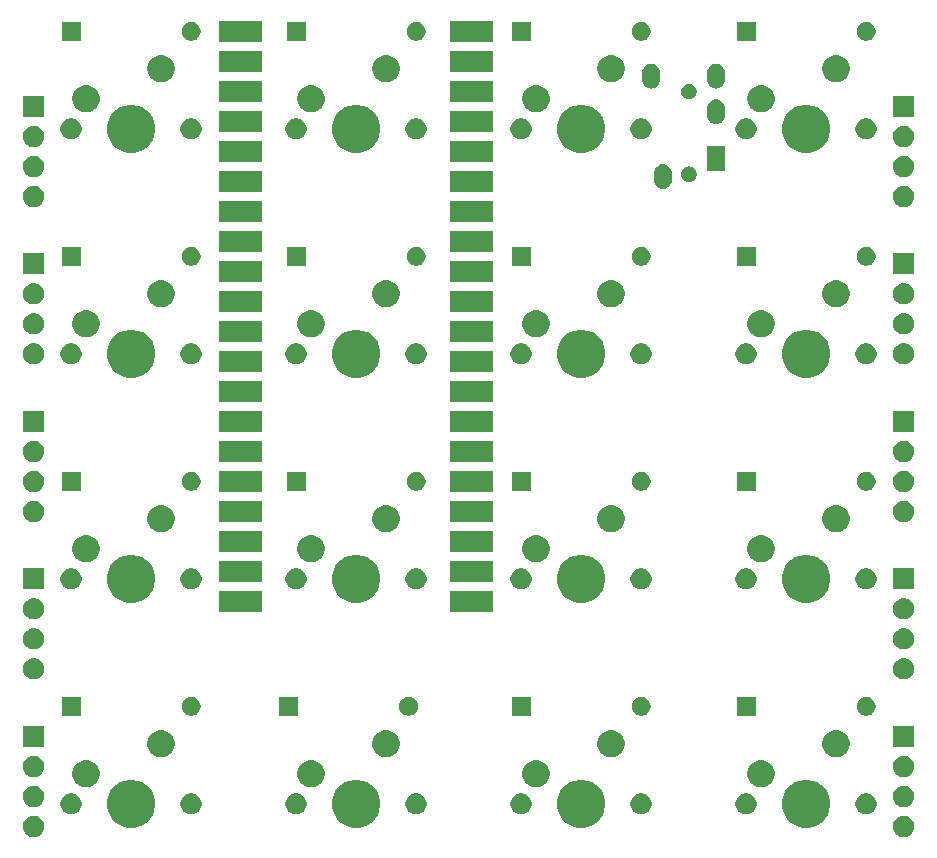
<source format=gbs>
G04 #@! TF.GenerationSoftware,KiCad,Pcbnew,5.1.5+dfsg1-2build2*
G04 #@! TF.CreationDate,2021-07-30T22:35:06+09:00*
G04 #@! TF.ProjectId,40keyboardpico,34306b65-7962-46f6-9172-647069636f2e,rev?*
G04 #@! TF.SameCoordinates,Original*
G04 #@! TF.FileFunction,Soldermask,Bot*
G04 #@! TF.FilePolarity,Negative*
%FSLAX46Y46*%
G04 Gerber Fmt 4.6, Leading zero omitted, Abs format (unit mm)*
G04 Created by KiCad (PCBNEW 5.1.5+dfsg1-2build2) date 2021-07-30 22:35:06*
%MOMM*%
%LPD*%
G04 APERTURE LIST*
%ADD10C,0.100000*%
G04 APERTURE END LIST*
D10*
G36*
X188073512Y-148963927D02*
G01*
X188222812Y-148993624D01*
X188386784Y-149061544D01*
X188534354Y-149160147D01*
X188659853Y-149285646D01*
X188758456Y-149433216D01*
X188826376Y-149597188D01*
X188861000Y-149771259D01*
X188861000Y-149948741D01*
X188826376Y-150122812D01*
X188758456Y-150286784D01*
X188659853Y-150434354D01*
X188534354Y-150559853D01*
X188386784Y-150658456D01*
X188222812Y-150726376D01*
X188073512Y-150756073D01*
X188048742Y-150761000D01*
X187871258Y-150761000D01*
X187846488Y-150756073D01*
X187697188Y-150726376D01*
X187533216Y-150658456D01*
X187385646Y-150559853D01*
X187260147Y-150434354D01*
X187161544Y-150286784D01*
X187093624Y-150122812D01*
X187059000Y-149948741D01*
X187059000Y-149771259D01*
X187093624Y-149597188D01*
X187161544Y-149433216D01*
X187260147Y-149285646D01*
X187385646Y-149160147D01*
X187533216Y-149061544D01*
X187697188Y-148993624D01*
X187846488Y-148963927D01*
X187871258Y-148959000D01*
X188048742Y-148959000D01*
X188073512Y-148963927D01*
G37*
G36*
X114413512Y-148963927D02*
G01*
X114562812Y-148993624D01*
X114726784Y-149061544D01*
X114874354Y-149160147D01*
X114999853Y-149285646D01*
X115098456Y-149433216D01*
X115166376Y-149597188D01*
X115201000Y-149771259D01*
X115201000Y-149948741D01*
X115166376Y-150122812D01*
X115098456Y-150286784D01*
X114999853Y-150434354D01*
X114874354Y-150559853D01*
X114726784Y-150658456D01*
X114562812Y-150726376D01*
X114413512Y-150756073D01*
X114388742Y-150761000D01*
X114211258Y-150761000D01*
X114186488Y-150756073D01*
X114037188Y-150726376D01*
X113873216Y-150658456D01*
X113725646Y-150559853D01*
X113600147Y-150434354D01*
X113501544Y-150286784D01*
X113433624Y-150122812D01*
X113399000Y-149948741D01*
X113399000Y-149771259D01*
X113433624Y-149597188D01*
X113501544Y-149433216D01*
X113600147Y-149285646D01*
X113725646Y-149160147D01*
X113873216Y-149061544D01*
X114037188Y-148993624D01*
X114186488Y-148963927D01*
X114211258Y-148959000D01*
X114388742Y-148959000D01*
X114413512Y-148963927D01*
G37*
G36*
X180303254Y-145982818D02*
G01*
X180676511Y-146137426D01*
X180676513Y-146137427D01*
X181012436Y-146361884D01*
X181298116Y-146647564D01*
X181462256Y-146893216D01*
X181522574Y-146983489D01*
X181677182Y-147356746D01*
X181756000Y-147752993D01*
X181756000Y-148157007D01*
X181677182Y-148553254D01*
X181522574Y-148926511D01*
X181522573Y-148926513D01*
X181298116Y-149262436D01*
X181012436Y-149548116D01*
X180676513Y-149772573D01*
X180676512Y-149772574D01*
X180676511Y-149772574D01*
X180303254Y-149927182D01*
X179907007Y-150006000D01*
X179502993Y-150006000D01*
X179106746Y-149927182D01*
X178733489Y-149772574D01*
X178733488Y-149772574D01*
X178733487Y-149772573D01*
X178397564Y-149548116D01*
X178111884Y-149262436D01*
X177887427Y-148926513D01*
X177887426Y-148926511D01*
X177732818Y-148553254D01*
X177654000Y-148157007D01*
X177654000Y-147752993D01*
X177732818Y-147356746D01*
X177887426Y-146983489D01*
X177947745Y-146893216D01*
X178111884Y-146647564D01*
X178397564Y-146361884D01*
X178733487Y-146137427D01*
X178733489Y-146137426D01*
X179106746Y-145982818D01*
X179502993Y-145904000D01*
X179907007Y-145904000D01*
X180303254Y-145982818D01*
G37*
G36*
X142203254Y-145982818D02*
G01*
X142576511Y-146137426D01*
X142576513Y-146137427D01*
X142912436Y-146361884D01*
X143198116Y-146647564D01*
X143362256Y-146893216D01*
X143422574Y-146983489D01*
X143577182Y-147356746D01*
X143656000Y-147752993D01*
X143656000Y-148157007D01*
X143577182Y-148553254D01*
X143422574Y-148926511D01*
X143422573Y-148926513D01*
X143198116Y-149262436D01*
X142912436Y-149548116D01*
X142576513Y-149772573D01*
X142576512Y-149772574D01*
X142576511Y-149772574D01*
X142203254Y-149927182D01*
X141807007Y-150006000D01*
X141402993Y-150006000D01*
X141006746Y-149927182D01*
X140633489Y-149772574D01*
X140633488Y-149772574D01*
X140633487Y-149772573D01*
X140297564Y-149548116D01*
X140011884Y-149262436D01*
X139787427Y-148926513D01*
X139787426Y-148926511D01*
X139632818Y-148553254D01*
X139554000Y-148157007D01*
X139554000Y-147752993D01*
X139632818Y-147356746D01*
X139787426Y-146983489D01*
X139847745Y-146893216D01*
X140011884Y-146647564D01*
X140297564Y-146361884D01*
X140633487Y-146137427D01*
X140633489Y-146137426D01*
X141006746Y-145982818D01*
X141402993Y-145904000D01*
X141807007Y-145904000D01*
X142203254Y-145982818D01*
G37*
G36*
X161253254Y-145982818D02*
G01*
X161626511Y-146137426D01*
X161626513Y-146137427D01*
X161962436Y-146361884D01*
X162248116Y-146647564D01*
X162412256Y-146893216D01*
X162472574Y-146983489D01*
X162627182Y-147356746D01*
X162706000Y-147752993D01*
X162706000Y-148157007D01*
X162627182Y-148553254D01*
X162472574Y-148926511D01*
X162472573Y-148926513D01*
X162248116Y-149262436D01*
X161962436Y-149548116D01*
X161626513Y-149772573D01*
X161626512Y-149772574D01*
X161626511Y-149772574D01*
X161253254Y-149927182D01*
X160857007Y-150006000D01*
X160452993Y-150006000D01*
X160056746Y-149927182D01*
X159683489Y-149772574D01*
X159683488Y-149772574D01*
X159683487Y-149772573D01*
X159347564Y-149548116D01*
X159061884Y-149262436D01*
X158837427Y-148926513D01*
X158837426Y-148926511D01*
X158682818Y-148553254D01*
X158604000Y-148157007D01*
X158604000Y-147752993D01*
X158682818Y-147356746D01*
X158837426Y-146983489D01*
X158897745Y-146893216D01*
X159061884Y-146647564D01*
X159347564Y-146361884D01*
X159683487Y-146137427D01*
X159683489Y-146137426D01*
X160056746Y-145982818D01*
X160452993Y-145904000D01*
X160857007Y-145904000D01*
X161253254Y-145982818D01*
G37*
G36*
X123153254Y-145982818D02*
G01*
X123526511Y-146137426D01*
X123526513Y-146137427D01*
X123862436Y-146361884D01*
X124148116Y-146647564D01*
X124312256Y-146893216D01*
X124372574Y-146983489D01*
X124527182Y-147356746D01*
X124606000Y-147752993D01*
X124606000Y-148157007D01*
X124527182Y-148553254D01*
X124372574Y-148926511D01*
X124372573Y-148926513D01*
X124148116Y-149262436D01*
X123862436Y-149548116D01*
X123526513Y-149772573D01*
X123526512Y-149772574D01*
X123526511Y-149772574D01*
X123153254Y-149927182D01*
X122757007Y-150006000D01*
X122352993Y-150006000D01*
X121956746Y-149927182D01*
X121583489Y-149772574D01*
X121583488Y-149772574D01*
X121583487Y-149772573D01*
X121247564Y-149548116D01*
X120961884Y-149262436D01*
X120737427Y-148926513D01*
X120737426Y-148926511D01*
X120582818Y-148553254D01*
X120504000Y-148157007D01*
X120504000Y-147752993D01*
X120582818Y-147356746D01*
X120737426Y-146983489D01*
X120797745Y-146893216D01*
X120961884Y-146647564D01*
X121247564Y-146361884D01*
X121583487Y-146137427D01*
X121583489Y-146137426D01*
X121956746Y-145982818D01*
X122352993Y-145904000D01*
X122757007Y-145904000D01*
X123153254Y-145982818D01*
G37*
G36*
X165839769Y-147057188D02*
G01*
X165997812Y-147088624D01*
X166161784Y-147156544D01*
X166309354Y-147255147D01*
X166434853Y-147380646D01*
X166533456Y-147528216D01*
X166601376Y-147692188D01*
X166636000Y-147866259D01*
X166636000Y-148043741D01*
X166601376Y-148217812D01*
X166533456Y-148381784D01*
X166434853Y-148529354D01*
X166309354Y-148654853D01*
X166161784Y-148753456D01*
X165997812Y-148821376D01*
X165848512Y-148851073D01*
X165823742Y-148856000D01*
X165646258Y-148856000D01*
X165621488Y-148851073D01*
X165472188Y-148821376D01*
X165308216Y-148753456D01*
X165160646Y-148654853D01*
X165035147Y-148529354D01*
X164936544Y-148381784D01*
X164868624Y-148217812D01*
X164834000Y-148043741D01*
X164834000Y-147866259D01*
X164868624Y-147692188D01*
X164936544Y-147528216D01*
X165035147Y-147380646D01*
X165160646Y-147255147D01*
X165308216Y-147156544D01*
X165472188Y-147088624D01*
X165630231Y-147057188D01*
X165646258Y-147054000D01*
X165823742Y-147054000D01*
X165839769Y-147057188D01*
G37*
G36*
X136629769Y-147057188D02*
G01*
X136787812Y-147088624D01*
X136951784Y-147156544D01*
X137099354Y-147255147D01*
X137224853Y-147380646D01*
X137323456Y-147528216D01*
X137391376Y-147692188D01*
X137426000Y-147866259D01*
X137426000Y-148043741D01*
X137391376Y-148217812D01*
X137323456Y-148381784D01*
X137224853Y-148529354D01*
X137099354Y-148654853D01*
X136951784Y-148753456D01*
X136787812Y-148821376D01*
X136638512Y-148851073D01*
X136613742Y-148856000D01*
X136436258Y-148856000D01*
X136411488Y-148851073D01*
X136262188Y-148821376D01*
X136098216Y-148753456D01*
X135950646Y-148654853D01*
X135825147Y-148529354D01*
X135726544Y-148381784D01*
X135658624Y-148217812D01*
X135624000Y-148043741D01*
X135624000Y-147866259D01*
X135658624Y-147692188D01*
X135726544Y-147528216D01*
X135825147Y-147380646D01*
X135950646Y-147255147D01*
X136098216Y-147156544D01*
X136262188Y-147088624D01*
X136420231Y-147057188D01*
X136436258Y-147054000D01*
X136613742Y-147054000D01*
X136629769Y-147057188D01*
G37*
G36*
X146789769Y-147057188D02*
G01*
X146947812Y-147088624D01*
X147111784Y-147156544D01*
X147259354Y-147255147D01*
X147384853Y-147380646D01*
X147483456Y-147528216D01*
X147551376Y-147692188D01*
X147586000Y-147866259D01*
X147586000Y-148043741D01*
X147551376Y-148217812D01*
X147483456Y-148381784D01*
X147384853Y-148529354D01*
X147259354Y-148654853D01*
X147111784Y-148753456D01*
X146947812Y-148821376D01*
X146798512Y-148851073D01*
X146773742Y-148856000D01*
X146596258Y-148856000D01*
X146571488Y-148851073D01*
X146422188Y-148821376D01*
X146258216Y-148753456D01*
X146110646Y-148654853D01*
X145985147Y-148529354D01*
X145886544Y-148381784D01*
X145818624Y-148217812D01*
X145784000Y-148043741D01*
X145784000Y-147866259D01*
X145818624Y-147692188D01*
X145886544Y-147528216D01*
X145985147Y-147380646D01*
X146110646Y-147255147D01*
X146258216Y-147156544D01*
X146422188Y-147088624D01*
X146580231Y-147057188D01*
X146596258Y-147054000D01*
X146773742Y-147054000D01*
X146789769Y-147057188D01*
G37*
G36*
X184889769Y-147057188D02*
G01*
X185047812Y-147088624D01*
X185211784Y-147156544D01*
X185359354Y-147255147D01*
X185484853Y-147380646D01*
X185583456Y-147528216D01*
X185651376Y-147692188D01*
X185686000Y-147866259D01*
X185686000Y-148043741D01*
X185651376Y-148217812D01*
X185583456Y-148381784D01*
X185484853Y-148529354D01*
X185359354Y-148654853D01*
X185211784Y-148753456D01*
X185047812Y-148821376D01*
X184898512Y-148851073D01*
X184873742Y-148856000D01*
X184696258Y-148856000D01*
X184671488Y-148851073D01*
X184522188Y-148821376D01*
X184358216Y-148753456D01*
X184210646Y-148654853D01*
X184085147Y-148529354D01*
X183986544Y-148381784D01*
X183918624Y-148217812D01*
X183884000Y-148043741D01*
X183884000Y-147866259D01*
X183918624Y-147692188D01*
X183986544Y-147528216D01*
X184085147Y-147380646D01*
X184210646Y-147255147D01*
X184358216Y-147156544D01*
X184522188Y-147088624D01*
X184680231Y-147057188D01*
X184696258Y-147054000D01*
X184873742Y-147054000D01*
X184889769Y-147057188D01*
G37*
G36*
X174729769Y-147057188D02*
G01*
X174887812Y-147088624D01*
X175051784Y-147156544D01*
X175199354Y-147255147D01*
X175324853Y-147380646D01*
X175423456Y-147528216D01*
X175491376Y-147692188D01*
X175526000Y-147866259D01*
X175526000Y-148043741D01*
X175491376Y-148217812D01*
X175423456Y-148381784D01*
X175324853Y-148529354D01*
X175199354Y-148654853D01*
X175051784Y-148753456D01*
X174887812Y-148821376D01*
X174738512Y-148851073D01*
X174713742Y-148856000D01*
X174536258Y-148856000D01*
X174511488Y-148851073D01*
X174362188Y-148821376D01*
X174198216Y-148753456D01*
X174050646Y-148654853D01*
X173925147Y-148529354D01*
X173826544Y-148381784D01*
X173758624Y-148217812D01*
X173724000Y-148043741D01*
X173724000Y-147866259D01*
X173758624Y-147692188D01*
X173826544Y-147528216D01*
X173925147Y-147380646D01*
X174050646Y-147255147D01*
X174198216Y-147156544D01*
X174362188Y-147088624D01*
X174520231Y-147057188D01*
X174536258Y-147054000D01*
X174713742Y-147054000D01*
X174729769Y-147057188D01*
G37*
G36*
X155679769Y-147057188D02*
G01*
X155837812Y-147088624D01*
X156001784Y-147156544D01*
X156149354Y-147255147D01*
X156274853Y-147380646D01*
X156373456Y-147528216D01*
X156441376Y-147692188D01*
X156476000Y-147866259D01*
X156476000Y-148043741D01*
X156441376Y-148217812D01*
X156373456Y-148381784D01*
X156274853Y-148529354D01*
X156149354Y-148654853D01*
X156001784Y-148753456D01*
X155837812Y-148821376D01*
X155688512Y-148851073D01*
X155663742Y-148856000D01*
X155486258Y-148856000D01*
X155461488Y-148851073D01*
X155312188Y-148821376D01*
X155148216Y-148753456D01*
X155000646Y-148654853D01*
X154875147Y-148529354D01*
X154776544Y-148381784D01*
X154708624Y-148217812D01*
X154674000Y-148043741D01*
X154674000Y-147866259D01*
X154708624Y-147692188D01*
X154776544Y-147528216D01*
X154875147Y-147380646D01*
X155000646Y-147255147D01*
X155148216Y-147156544D01*
X155312188Y-147088624D01*
X155470231Y-147057188D01*
X155486258Y-147054000D01*
X155663742Y-147054000D01*
X155679769Y-147057188D01*
G37*
G36*
X127739769Y-147057188D02*
G01*
X127897812Y-147088624D01*
X128061784Y-147156544D01*
X128209354Y-147255147D01*
X128334853Y-147380646D01*
X128433456Y-147528216D01*
X128501376Y-147692188D01*
X128536000Y-147866259D01*
X128536000Y-148043741D01*
X128501376Y-148217812D01*
X128433456Y-148381784D01*
X128334853Y-148529354D01*
X128209354Y-148654853D01*
X128061784Y-148753456D01*
X127897812Y-148821376D01*
X127748512Y-148851073D01*
X127723742Y-148856000D01*
X127546258Y-148856000D01*
X127521488Y-148851073D01*
X127372188Y-148821376D01*
X127208216Y-148753456D01*
X127060646Y-148654853D01*
X126935147Y-148529354D01*
X126836544Y-148381784D01*
X126768624Y-148217812D01*
X126734000Y-148043741D01*
X126734000Y-147866259D01*
X126768624Y-147692188D01*
X126836544Y-147528216D01*
X126935147Y-147380646D01*
X127060646Y-147255147D01*
X127208216Y-147156544D01*
X127372188Y-147088624D01*
X127530231Y-147057188D01*
X127546258Y-147054000D01*
X127723742Y-147054000D01*
X127739769Y-147057188D01*
G37*
G36*
X117579769Y-147057188D02*
G01*
X117737812Y-147088624D01*
X117901784Y-147156544D01*
X118049354Y-147255147D01*
X118174853Y-147380646D01*
X118273456Y-147528216D01*
X118341376Y-147692188D01*
X118376000Y-147866259D01*
X118376000Y-148043741D01*
X118341376Y-148217812D01*
X118273456Y-148381784D01*
X118174853Y-148529354D01*
X118049354Y-148654853D01*
X117901784Y-148753456D01*
X117737812Y-148821376D01*
X117588512Y-148851073D01*
X117563742Y-148856000D01*
X117386258Y-148856000D01*
X117361488Y-148851073D01*
X117212188Y-148821376D01*
X117048216Y-148753456D01*
X116900646Y-148654853D01*
X116775147Y-148529354D01*
X116676544Y-148381784D01*
X116608624Y-148217812D01*
X116574000Y-148043741D01*
X116574000Y-147866259D01*
X116608624Y-147692188D01*
X116676544Y-147528216D01*
X116775147Y-147380646D01*
X116900646Y-147255147D01*
X117048216Y-147156544D01*
X117212188Y-147088624D01*
X117370231Y-147057188D01*
X117386258Y-147054000D01*
X117563742Y-147054000D01*
X117579769Y-147057188D01*
G37*
G36*
X114413512Y-146423927D02*
G01*
X114562812Y-146453624D01*
X114726784Y-146521544D01*
X114874354Y-146620147D01*
X114999853Y-146745646D01*
X115098456Y-146893216D01*
X115166376Y-147057188D01*
X115201000Y-147231259D01*
X115201000Y-147408741D01*
X115166376Y-147582812D01*
X115098456Y-147746784D01*
X114999853Y-147894354D01*
X114874354Y-148019853D01*
X114726784Y-148118456D01*
X114562812Y-148186376D01*
X114413512Y-148216073D01*
X114388742Y-148221000D01*
X114211258Y-148221000D01*
X114186488Y-148216073D01*
X114037188Y-148186376D01*
X113873216Y-148118456D01*
X113725646Y-148019853D01*
X113600147Y-147894354D01*
X113501544Y-147746784D01*
X113433624Y-147582812D01*
X113399000Y-147408741D01*
X113399000Y-147231259D01*
X113433624Y-147057188D01*
X113501544Y-146893216D01*
X113600147Y-146745646D01*
X113725646Y-146620147D01*
X113873216Y-146521544D01*
X114037188Y-146453624D01*
X114186488Y-146423927D01*
X114211258Y-146419000D01*
X114388742Y-146419000D01*
X114413512Y-146423927D01*
G37*
G36*
X188073512Y-146423927D02*
G01*
X188222812Y-146453624D01*
X188386784Y-146521544D01*
X188534354Y-146620147D01*
X188659853Y-146745646D01*
X188758456Y-146893216D01*
X188826376Y-147057188D01*
X188861000Y-147231259D01*
X188861000Y-147408741D01*
X188826376Y-147582812D01*
X188758456Y-147746784D01*
X188659853Y-147894354D01*
X188534354Y-148019853D01*
X188386784Y-148118456D01*
X188222812Y-148186376D01*
X188073512Y-148216073D01*
X188048742Y-148221000D01*
X187871258Y-148221000D01*
X187846488Y-148216073D01*
X187697188Y-148186376D01*
X187533216Y-148118456D01*
X187385646Y-148019853D01*
X187260147Y-147894354D01*
X187161544Y-147746784D01*
X187093624Y-147582812D01*
X187059000Y-147408741D01*
X187059000Y-147231259D01*
X187093624Y-147057188D01*
X187161544Y-146893216D01*
X187260147Y-146745646D01*
X187385646Y-146620147D01*
X187533216Y-146521544D01*
X187697188Y-146453624D01*
X187846488Y-146423927D01*
X187871258Y-146419000D01*
X188048742Y-146419000D01*
X188073512Y-146423927D01*
G37*
G36*
X138019549Y-144286116D02*
G01*
X138130734Y-144308232D01*
X138340203Y-144394997D01*
X138528720Y-144520960D01*
X138689040Y-144681280D01*
X138815003Y-144869797D01*
X138901768Y-145079266D01*
X138946000Y-145301636D01*
X138946000Y-145528364D01*
X138901768Y-145750734D01*
X138815003Y-145960203D01*
X138689040Y-146148720D01*
X138528720Y-146309040D01*
X138340203Y-146435003D01*
X138130734Y-146521768D01*
X138019549Y-146543884D01*
X137908365Y-146566000D01*
X137681635Y-146566000D01*
X137570451Y-146543884D01*
X137459266Y-146521768D01*
X137249797Y-146435003D01*
X137061280Y-146309040D01*
X136900960Y-146148720D01*
X136774997Y-145960203D01*
X136688232Y-145750734D01*
X136644000Y-145528364D01*
X136644000Y-145301636D01*
X136688232Y-145079266D01*
X136774997Y-144869797D01*
X136900960Y-144681280D01*
X137061280Y-144520960D01*
X137249797Y-144394997D01*
X137459266Y-144308232D01*
X137570451Y-144286116D01*
X137681635Y-144264000D01*
X137908365Y-144264000D01*
X138019549Y-144286116D01*
G37*
G36*
X118969549Y-144286116D02*
G01*
X119080734Y-144308232D01*
X119290203Y-144394997D01*
X119478720Y-144520960D01*
X119639040Y-144681280D01*
X119765003Y-144869797D01*
X119851768Y-145079266D01*
X119896000Y-145301636D01*
X119896000Y-145528364D01*
X119851768Y-145750734D01*
X119765003Y-145960203D01*
X119639040Y-146148720D01*
X119478720Y-146309040D01*
X119290203Y-146435003D01*
X119080734Y-146521768D01*
X118969549Y-146543884D01*
X118858365Y-146566000D01*
X118631635Y-146566000D01*
X118520451Y-146543884D01*
X118409266Y-146521768D01*
X118199797Y-146435003D01*
X118011280Y-146309040D01*
X117850960Y-146148720D01*
X117724997Y-145960203D01*
X117638232Y-145750734D01*
X117594000Y-145528364D01*
X117594000Y-145301636D01*
X117638232Y-145079266D01*
X117724997Y-144869797D01*
X117850960Y-144681280D01*
X118011280Y-144520960D01*
X118199797Y-144394997D01*
X118409266Y-144308232D01*
X118520451Y-144286116D01*
X118631635Y-144264000D01*
X118858365Y-144264000D01*
X118969549Y-144286116D01*
G37*
G36*
X176119549Y-144286116D02*
G01*
X176230734Y-144308232D01*
X176440203Y-144394997D01*
X176628720Y-144520960D01*
X176789040Y-144681280D01*
X176915003Y-144869797D01*
X177001768Y-145079266D01*
X177046000Y-145301636D01*
X177046000Y-145528364D01*
X177001768Y-145750734D01*
X176915003Y-145960203D01*
X176789040Y-146148720D01*
X176628720Y-146309040D01*
X176440203Y-146435003D01*
X176230734Y-146521768D01*
X176119549Y-146543884D01*
X176008365Y-146566000D01*
X175781635Y-146566000D01*
X175670451Y-146543884D01*
X175559266Y-146521768D01*
X175349797Y-146435003D01*
X175161280Y-146309040D01*
X175000960Y-146148720D01*
X174874997Y-145960203D01*
X174788232Y-145750734D01*
X174744000Y-145528364D01*
X174744000Y-145301636D01*
X174788232Y-145079266D01*
X174874997Y-144869797D01*
X175000960Y-144681280D01*
X175161280Y-144520960D01*
X175349797Y-144394997D01*
X175559266Y-144308232D01*
X175670451Y-144286116D01*
X175781635Y-144264000D01*
X176008365Y-144264000D01*
X176119549Y-144286116D01*
G37*
G36*
X157069549Y-144286116D02*
G01*
X157180734Y-144308232D01*
X157390203Y-144394997D01*
X157578720Y-144520960D01*
X157739040Y-144681280D01*
X157865003Y-144869797D01*
X157951768Y-145079266D01*
X157996000Y-145301636D01*
X157996000Y-145528364D01*
X157951768Y-145750734D01*
X157865003Y-145960203D01*
X157739040Y-146148720D01*
X157578720Y-146309040D01*
X157390203Y-146435003D01*
X157180734Y-146521768D01*
X157069549Y-146543884D01*
X156958365Y-146566000D01*
X156731635Y-146566000D01*
X156620451Y-146543884D01*
X156509266Y-146521768D01*
X156299797Y-146435003D01*
X156111280Y-146309040D01*
X155950960Y-146148720D01*
X155824997Y-145960203D01*
X155738232Y-145750734D01*
X155694000Y-145528364D01*
X155694000Y-145301636D01*
X155738232Y-145079266D01*
X155824997Y-144869797D01*
X155950960Y-144681280D01*
X156111280Y-144520960D01*
X156299797Y-144394997D01*
X156509266Y-144308232D01*
X156620451Y-144286116D01*
X156731635Y-144264000D01*
X156958365Y-144264000D01*
X157069549Y-144286116D01*
G37*
G36*
X114413512Y-143883927D02*
G01*
X114562812Y-143913624D01*
X114726784Y-143981544D01*
X114874354Y-144080147D01*
X114999853Y-144205646D01*
X115098456Y-144353216D01*
X115166376Y-144517188D01*
X115201000Y-144691259D01*
X115201000Y-144868741D01*
X115166376Y-145042812D01*
X115098456Y-145206784D01*
X114999853Y-145354354D01*
X114874354Y-145479853D01*
X114726784Y-145578456D01*
X114562812Y-145646376D01*
X114413512Y-145676073D01*
X114388742Y-145681000D01*
X114211258Y-145681000D01*
X114186488Y-145676073D01*
X114037188Y-145646376D01*
X113873216Y-145578456D01*
X113725646Y-145479853D01*
X113600147Y-145354354D01*
X113501544Y-145206784D01*
X113433624Y-145042812D01*
X113399000Y-144868741D01*
X113399000Y-144691259D01*
X113433624Y-144517188D01*
X113501544Y-144353216D01*
X113600147Y-144205646D01*
X113725646Y-144080147D01*
X113873216Y-143981544D01*
X114037188Y-143913624D01*
X114186488Y-143883927D01*
X114211258Y-143879000D01*
X114388742Y-143879000D01*
X114413512Y-143883927D01*
G37*
G36*
X188073512Y-143883927D02*
G01*
X188222812Y-143913624D01*
X188386784Y-143981544D01*
X188534354Y-144080147D01*
X188659853Y-144205646D01*
X188758456Y-144353216D01*
X188826376Y-144517188D01*
X188861000Y-144691259D01*
X188861000Y-144868741D01*
X188826376Y-145042812D01*
X188758456Y-145206784D01*
X188659853Y-145354354D01*
X188534354Y-145479853D01*
X188386784Y-145578456D01*
X188222812Y-145646376D01*
X188073512Y-145676073D01*
X188048742Y-145681000D01*
X187871258Y-145681000D01*
X187846488Y-145676073D01*
X187697188Y-145646376D01*
X187533216Y-145578456D01*
X187385646Y-145479853D01*
X187260147Y-145354354D01*
X187161544Y-145206784D01*
X187093624Y-145042812D01*
X187059000Y-144868741D01*
X187059000Y-144691259D01*
X187093624Y-144517188D01*
X187161544Y-144353216D01*
X187260147Y-144205646D01*
X187385646Y-144080147D01*
X187533216Y-143981544D01*
X187697188Y-143913624D01*
X187846488Y-143883927D01*
X187871258Y-143879000D01*
X188048742Y-143879000D01*
X188073512Y-143883927D01*
G37*
G36*
X182469549Y-141746116D02*
G01*
X182580734Y-141768232D01*
X182790203Y-141854997D01*
X182978720Y-141980960D01*
X183139040Y-142141280D01*
X183265003Y-142329797D01*
X183351768Y-142539266D01*
X183396000Y-142761636D01*
X183396000Y-142988364D01*
X183351768Y-143210734D01*
X183265003Y-143420203D01*
X183139040Y-143608720D01*
X182978720Y-143769040D01*
X182790203Y-143895003D01*
X182580734Y-143981768D01*
X182469549Y-144003884D01*
X182358365Y-144026000D01*
X182131635Y-144026000D01*
X182020451Y-144003884D01*
X181909266Y-143981768D01*
X181699797Y-143895003D01*
X181511280Y-143769040D01*
X181350960Y-143608720D01*
X181224997Y-143420203D01*
X181138232Y-143210734D01*
X181094000Y-142988364D01*
X181094000Y-142761636D01*
X181138232Y-142539266D01*
X181224997Y-142329797D01*
X181350960Y-142141280D01*
X181511280Y-141980960D01*
X181699797Y-141854997D01*
X181909266Y-141768232D01*
X182020451Y-141746116D01*
X182131635Y-141724000D01*
X182358365Y-141724000D01*
X182469549Y-141746116D01*
G37*
G36*
X163419549Y-141746116D02*
G01*
X163530734Y-141768232D01*
X163740203Y-141854997D01*
X163928720Y-141980960D01*
X164089040Y-142141280D01*
X164215003Y-142329797D01*
X164301768Y-142539266D01*
X164346000Y-142761636D01*
X164346000Y-142988364D01*
X164301768Y-143210734D01*
X164215003Y-143420203D01*
X164089040Y-143608720D01*
X163928720Y-143769040D01*
X163740203Y-143895003D01*
X163530734Y-143981768D01*
X163419549Y-144003884D01*
X163308365Y-144026000D01*
X163081635Y-144026000D01*
X162970451Y-144003884D01*
X162859266Y-143981768D01*
X162649797Y-143895003D01*
X162461280Y-143769040D01*
X162300960Y-143608720D01*
X162174997Y-143420203D01*
X162088232Y-143210734D01*
X162044000Y-142988364D01*
X162044000Y-142761636D01*
X162088232Y-142539266D01*
X162174997Y-142329797D01*
X162300960Y-142141280D01*
X162461280Y-141980960D01*
X162649797Y-141854997D01*
X162859266Y-141768232D01*
X162970451Y-141746116D01*
X163081635Y-141724000D01*
X163308365Y-141724000D01*
X163419549Y-141746116D01*
G37*
G36*
X125319549Y-141746116D02*
G01*
X125430734Y-141768232D01*
X125640203Y-141854997D01*
X125828720Y-141980960D01*
X125989040Y-142141280D01*
X126115003Y-142329797D01*
X126201768Y-142539266D01*
X126246000Y-142761636D01*
X126246000Y-142988364D01*
X126201768Y-143210734D01*
X126115003Y-143420203D01*
X125989040Y-143608720D01*
X125828720Y-143769040D01*
X125640203Y-143895003D01*
X125430734Y-143981768D01*
X125319549Y-144003884D01*
X125208365Y-144026000D01*
X124981635Y-144026000D01*
X124870451Y-144003884D01*
X124759266Y-143981768D01*
X124549797Y-143895003D01*
X124361280Y-143769040D01*
X124200960Y-143608720D01*
X124074997Y-143420203D01*
X123988232Y-143210734D01*
X123944000Y-142988364D01*
X123944000Y-142761636D01*
X123988232Y-142539266D01*
X124074997Y-142329797D01*
X124200960Y-142141280D01*
X124361280Y-141980960D01*
X124549797Y-141854997D01*
X124759266Y-141768232D01*
X124870451Y-141746116D01*
X124981635Y-141724000D01*
X125208365Y-141724000D01*
X125319549Y-141746116D01*
G37*
G36*
X144369549Y-141746116D02*
G01*
X144480734Y-141768232D01*
X144690203Y-141854997D01*
X144878720Y-141980960D01*
X145039040Y-142141280D01*
X145165003Y-142329797D01*
X145251768Y-142539266D01*
X145296000Y-142761636D01*
X145296000Y-142988364D01*
X145251768Y-143210734D01*
X145165003Y-143420203D01*
X145039040Y-143608720D01*
X144878720Y-143769040D01*
X144690203Y-143895003D01*
X144480734Y-143981768D01*
X144369549Y-144003884D01*
X144258365Y-144026000D01*
X144031635Y-144026000D01*
X143920451Y-144003884D01*
X143809266Y-143981768D01*
X143599797Y-143895003D01*
X143411280Y-143769040D01*
X143250960Y-143608720D01*
X143124997Y-143420203D01*
X143038232Y-143210734D01*
X142994000Y-142988364D01*
X142994000Y-142761636D01*
X143038232Y-142539266D01*
X143124997Y-142329797D01*
X143250960Y-142141280D01*
X143411280Y-141980960D01*
X143599797Y-141854997D01*
X143809266Y-141768232D01*
X143920451Y-141746116D01*
X144031635Y-141724000D01*
X144258365Y-141724000D01*
X144369549Y-141746116D01*
G37*
G36*
X188861000Y-143141000D02*
G01*
X187059000Y-143141000D01*
X187059000Y-141339000D01*
X188861000Y-141339000D01*
X188861000Y-143141000D01*
G37*
G36*
X115201000Y-143141000D02*
G01*
X113399000Y-143141000D01*
X113399000Y-141339000D01*
X115201000Y-141339000D01*
X115201000Y-143141000D01*
G37*
G36*
X136691000Y-140501000D02*
G01*
X135089000Y-140501000D01*
X135089000Y-138899000D01*
X136691000Y-138899000D01*
X136691000Y-140501000D01*
G37*
G36*
X146283642Y-138929781D02*
G01*
X146429414Y-138990162D01*
X146429416Y-138990163D01*
X146560608Y-139077822D01*
X146672178Y-139189392D01*
X146759837Y-139320584D01*
X146759838Y-139320586D01*
X146820219Y-139466358D01*
X146851000Y-139621107D01*
X146851000Y-139778893D01*
X146820219Y-139933642D01*
X146759838Y-140079414D01*
X146759837Y-140079416D01*
X146672178Y-140210608D01*
X146560608Y-140322178D01*
X146429416Y-140409837D01*
X146429415Y-140409838D01*
X146429414Y-140409838D01*
X146283642Y-140470219D01*
X146128893Y-140501000D01*
X145971107Y-140501000D01*
X145816358Y-140470219D01*
X145670586Y-140409838D01*
X145670585Y-140409838D01*
X145670584Y-140409837D01*
X145539392Y-140322178D01*
X145427822Y-140210608D01*
X145340163Y-140079416D01*
X145340162Y-140079414D01*
X145279781Y-139933642D01*
X145249000Y-139778893D01*
X145249000Y-139621107D01*
X145279781Y-139466358D01*
X145340162Y-139320586D01*
X145340163Y-139320584D01*
X145427822Y-139189392D01*
X145539392Y-139077822D01*
X145670584Y-138990163D01*
X145670586Y-138990162D01*
X145816358Y-138929781D01*
X145971107Y-138899000D01*
X146128893Y-138899000D01*
X146283642Y-138929781D01*
G37*
G36*
X165968642Y-138929781D02*
G01*
X166114414Y-138990162D01*
X166114416Y-138990163D01*
X166245608Y-139077822D01*
X166357178Y-139189392D01*
X166444837Y-139320584D01*
X166444838Y-139320586D01*
X166505219Y-139466358D01*
X166536000Y-139621107D01*
X166536000Y-139778893D01*
X166505219Y-139933642D01*
X166444838Y-140079414D01*
X166444837Y-140079416D01*
X166357178Y-140210608D01*
X166245608Y-140322178D01*
X166114416Y-140409837D01*
X166114415Y-140409838D01*
X166114414Y-140409838D01*
X165968642Y-140470219D01*
X165813893Y-140501000D01*
X165656107Y-140501000D01*
X165501358Y-140470219D01*
X165355586Y-140409838D01*
X165355585Y-140409838D01*
X165355584Y-140409837D01*
X165224392Y-140322178D01*
X165112822Y-140210608D01*
X165025163Y-140079416D01*
X165025162Y-140079414D01*
X164964781Y-139933642D01*
X164934000Y-139778893D01*
X164934000Y-139621107D01*
X164964781Y-139466358D01*
X165025162Y-139320586D01*
X165025163Y-139320584D01*
X165112822Y-139189392D01*
X165224392Y-139077822D01*
X165355584Y-138990163D01*
X165355586Y-138990162D01*
X165501358Y-138929781D01*
X165656107Y-138899000D01*
X165813893Y-138899000D01*
X165968642Y-138929781D01*
G37*
G36*
X156376000Y-140501000D02*
G01*
X154774000Y-140501000D01*
X154774000Y-138899000D01*
X156376000Y-138899000D01*
X156376000Y-140501000D01*
G37*
G36*
X118276000Y-140501000D02*
G01*
X116674000Y-140501000D01*
X116674000Y-138899000D01*
X118276000Y-138899000D01*
X118276000Y-140501000D01*
G37*
G36*
X175426000Y-140501000D02*
G01*
X173824000Y-140501000D01*
X173824000Y-138899000D01*
X175426000Y-138899000D01*
X175426000Y-140501000D01*
G37*
G36*
X185018642Y-138929781D02*
G01*
X185164414Y-138990162D01*
X185164416Y-138990163D01*
X185295608Y-139077822D01*
X185407178Y-139189392D01*
X185494837Y-139320584D01*
X185494838Y-139320586D01*
X185555219Y-139466358D01*
X185586000Y-139621107D01*
X185586000Y-139778893D01*
X185555219Y-139933642D01*
X185494838Y-140079414D01*
X185494837Y-140079416D01*
X185407178Y-140210608D01*
X185295608Y-140322178D01*
X185164416Y-140409837D01*
X185164415Y-140409838D01*
X185164414Y-140409838D01*
X185018642Y-140470219D01*
X184863893Y-140501000D01*
X184706107Y-140501000D01*
X184551358Y-140470219D01*
X184405586Y-140409838D01*
X184405585Y-140409838D01*
X184405584Y-140409837D01*
X184274392Y-140322178D01*
X184162822Y-140210608D01*
X184075163Y-140079416D01*
X184075162Y-140079414D01*
X184014781Y-139933642D01*
X183984000Y-139778893D01*
X183984000Y-139621107D01*
X184014781Y-139466358D01*
X184075162Y-139320586D01*
X184075163Y-139320584D01*
X184162822Y-139189392D01*
X184274392Y-139077822D01*
X184405584Y-138990163D01*
X184405586Y-138990162D01*
X184551358Y-138929781D01*
X184706107Y-138899000D01*
X184863893Y-138899000D01*
X185018642Y-138929781D01*
G37*
G36*
X127868642Y-138929781D02*
G01*
X128014414Y-138990162D01*
X128014416Y-138990163D01*
X128145608Y-139077822D01*
X128257178Y-139189392D01*
X128344837Y-139320584D01*
X128344838Y-139320586D01*
X128405219Y-139466358D01*
X128436000Y-139621107D01*
X128436000Y-139778893D01*
X128405219Y-139933642D01*
X128344838Y-140079414D01*
X128344837Y-140079416D01*
X128257178Y-140210608D01*
X128145608Y-140322178D01*
X128014416Y-140409837D01*
X128014415Y-140409838D01*
X128014414Y-140409838D01*
X127868642Y-140470219D01*
X127713893Y-140501000D01*
X127556107Y-140501000D01*
X127401358Y-140470219D01*
X127255586Y-140409838D01*
X127255585Y-140409838D01*
X127255584Y-140409837D01*
X127124392Y-140322178D01*
X127012822Y-140210608D01*
X126925163Y-140079416D01*
X126925162Y-140079414D01*
X126864781Y-139933642D01*
X126834000Y-139778893D01*
X126834000Y-139621107D01*
X126864781Y-139466358D01*
X126925162Y-139320586D01*
X126925163Y-139320584D01*
X127012822Y-139189392D01*
X127124392Y-139077822D01*
X127255584Y-138990163D01*
X127255586Y-138990162D01*
X127401358Y-138929781D01*
X127556107Y-138899000D01*
X127713893Y-138899000D01*
X127868642Y-138929781D01*
G37*
G36*
X188073512Y-135628927D02*
G01*
X188222812Y-135658624D01*
X188386784Y-135726544D01*
X188534354Y-135825147D01*
X188659853Y-135950646D01*
X188758456Y-136098216D01*
X188826376Y-136262188D01*
X188861000Y-136436259D01*
X188861000Y-136613741D01*
X188826376Y-136787812D01*
X188758456Y-136951784D01*
X188659853Y-137099354D01*
X188534354Y-137224853D01*
X188386784Y-137323456D01*
X188222812Y-137391376D01*
X188073512Y-137421073D01*
X188048742Y-137426000D01*
X187871258Y-137426000D01*
X187846488Y-137421073D01*
X187697188Y-137391376D01*
X187533216Y-137323456D01*
X187385646Y-137224853D01*
X187260147Y-137099354D01*
X187161544Y-136951784D01*
X187093624Y-136787812D01*
X187059000Y-136613741D01*
X187059000Y-136436259D01*
X187093624Y-136262188D01*
X187161544Y-136098216D01*
X187260147Y-135950646D01*
X187385646Y-135825147D01*
X187533216Y-135726544D01*
X187697188Y-135658624D01*
X187846488Y-135628927D01*
X187871258Y-135624000D01*
X188048742Y-135624000D01*
X188073512Y-135628927D01*
G37*
G36*
X114413512Y-135628927D02*
G01*
X114562812Y-135658624D01*
X114726784Y-135726544D01*
X114874354Y-135825147D01*
X114999853Y-135950646D01*
X115098456Y-136098216D01*
X115166376Y-136262188D01*
X115201000Y-136436259D01*
X115201000Y-136613741D01*
X115166376Y-136787812D01*
X115098456Y-136951784D01*
X114999853Y-137099354D01*
X114874354Y-137224853D01*
X114726784Y-137323456D01*
X114562812Y-137391376D01*
X114413512Y-137421073D01*
X114388742Y-137426000D01*
X114211258Y-137426000D01*
X114186488Y-137421073D01*
X114037188Y-137391376D01*
X113873216Y-137323456D01*
X113725646Y-137224853D01*
X113600147Y-137099354D01*
X113501544Y-136951784D01*
X113433624Y-136787812D01*
X113399000Y-136613741D01*
X113399000Y-136436259D01*
X113433624Y-136262188D01*
X113501544Y-136098216D01*
X113600147Y-135950646D01*
X113725646Y-135825147D01*
X113873216Y-135726544D01*
X114037188Y-135658624D01*
X114186488Y-135628927D01*
X114211258Y-135624000D01*
X114388742Y-135624000D01*
X114413512Y-135628927D01*
G37*
G36*
X114413512Y-133088927D02*
G01*
X114562812Y-133118624D01*
X114726784Y-133186544D01*
X114874354Y-133285147D01*
X114999853Y-133410646D01*
X115098456Y-133558216D01*
X115166376Y-133722188D01*
X115201000Y-133896259D01*
X115201000Y-134073741D01*
X115166376Y-134247812D01*
X115098456Y-134411784D01*
X114999853Y-134559354D01*
X114874354Y-134684853D01*
X114726784Y-134783456D01*
X114562812Y-134851376D01*
X114413512Y-134881073D01*
X114388742Y-134886000D01*
X114211258Y-134886000D01*
X114186488Y-134881073D01*
X114037188Y-134851376D01*
X113873216Y-134783456D01*
X113725646Y-134684853D01*
X113600147Y-134559354D01*
X113501544Y-134411784D01*
X113433624Y-134247812D01*
X113399000Y-134073741D01*
X113399000Y-133896259D01*
X113433624Y-133722188D01*
X113501544Y-133558216D01*
X113600147Y-133410646D01*
X113725646Y-133285147D01*
X113873216Y-133186544D01*
X114037188Y-133118624D01*
X114186488Y-133088927D01*
X114211258Y-133084000D01*
X114388742Y-133084000D01*
X114413512Y-133088927D01*
G37*
G36*
X188073512Y-133088927D02*
G01*
X188222812Y-133118624D01*
X188386784Y-133186544D01*
X188534354Y-133285147D01*
X188659853Y-133410646D01*
X188758456Y-133558216D01*
X188826376Y-133722188D01*
X188861000Y-133896259D01*
X188861000Y-134073741D01*
X188826376Y-134247812D01*
X188758456Y-134411784D01*
X188659853Y-134559354D01*
X188534354Y-134684853D01*
X188386784Y-134783456D01*
X188222812Y-134851376D01*
X188073512Y-134881073D01*
X188048742Y-134886000D01*
X187871258Y-134886000D01*
X187846488Y-134881073D01*
X187697188Y-134851376D01*
X187533216Y-134783456D01*
X187385646Y-134684853D01*
X187260147Y-134559354D01*
X187161544Y-134411784D01*
X187093624Y-134247812D01*
X187059000Y-134073741D01*
X187059000Y-133896259D01*
X187093624Y-133722188D01*
X187161544Y-133558216D01*
X187260147Y-133410646D01*
X187385646Y-133285147D01*
X187533216Y-133186544D01*
X187697188Y-133118624D01*
X187846488Y-133088927D01*
X187871258Y-133084000D01*
X188048742Y-133084000D01*
X188073512Y-133088927D01*
G37*
G36*
X188064769Y-130547188D02*
G01*
X188222812Y-130578624D01*
X188386784Y-130646544D01*
X188534354Y-130745147D01*
X188659853Y-130870646D01*
X188758456Y-131018216D01*
X188826376Y-131182188D01*
X188861000Y-131356259D01*
X188861000Y-131533741D01*
X188826376Y-131707812D01*
X188758456Y-131871784D01*
X188659853Y-132019354D01*
X188534354Y-132144853D01*
X188386784Y-132243456D01*
X188222812Y-132311376D01*
X188073512Y-132341073D01*
X188048742Y-132346000D01*
X187871258Y-132346000D01*
X187846488Y-132341073D01*
X187697188Y-132311376D01*
X187533216Y-132243456D01*
X187385646Y-132144853D01*
X187260147Y-132019354D01*
X187161544Y-131871784D01*
X187093624Y-131707812D01*
X187059000Y-131533741D01*
X187059000Y-131356259D01*
X187093624Y-131182188D01*
X187161544Y-131018216D01*
X187260147Y-130870646D01*
X187385646Y-130745147D01*
X187533216Y-130646544D01*
X187697188Y-130578624D01*
X187855231Y-130547188D01*
X187871258Y-130544000D01*
X188048742Y-130544000D01*
X188064769Y-130547188D01*
G37*
G36*
X114404769Y-130547188D02*
G01*
X114562812Y-130578624D01*
X114726784Y-130646544D01*
X114874354Y-130745147D01*
X114999853Y-130870646D01*
X115098456Y-131018216D01*
X115166376Y-131182188D01*
X115201000Y-131356259D01*
X115201000Y-131533741D01*
X115166376Y-131707812D01*
X115098456Y-131871784D01*
X114999853Y-132019354D01*
X114874354Y-132144853D01*
X114726784Y-132243456D01*
X114562812Y-132311376D01*
X114413512Y-132341073D01*
X114388742Y-132346000D01*
X114211258Y-132346000D01*
X114186488Y-132341073D01*
X114037188Y-132311376D01*
X113873216Y-132243456D01*
X113725646Y-132144853D01*
X113600147Y-132019354D01*
X113501544Y-131871784D01*
X113433624Y-131707812D01*
X113399000Y-131533741D01*
X113399000Y-131356259D01*
X113433624Y-131182188D01*
X113501544Y-131018216D01*
X113600147Y-130870646D01*
X113725646Y-130745147D01*
X113873216Y-130646544D01*
X114037188Y-130578624D01*
X114195231Y-130547188D01*
X114211258Y-130544000D01*
X114388742Y-130544000D01*
X114404769Y-130547188D01*
G37*
G36*
X133616000Y-131711000D02*
G01*
X130014000Y-131711000D01*
X130014000Y-129909000D01*
X133616000Y-129909000D01*
X133616000Y-131711000D01*
G37*
G36*
X153196000Y-131711000D02*
G01*
X149594000Y-131711000D01*
X149594000Y-129909000D01*
X153196000Y-129909000D01*
X153196000Y-131711000D01*
G37*
G36*
X123153254Y-126932818D02*
G01*
X123526511Y-127087426D01*
X123526513Y-127087427D01*
X123862436Y-127311884D01*
X124148116Y-127597564D01*
X124312256Y-127843216D01*
X124372574Y-127933489D01*
X124527182Y-128306746D01*
X124606000Y-128702993D01*
X124606000Y-129107007D01*
X124527182Y-129503254D01*
X124372574Y-129876511D01*
X124372573Y-129876513D01*
X124148116Y-130212436D01*
X123862436Y-130498116D01*
X123526513Y-130722573D01*
X123526512Y-130722574D01*
X123526511Y-130722574D01*
X123153254Y-130877182D01*
X122757007Y-130956000D01*
X122352993Y-130956000D01*
X121956746Y-130877182D01*
X121583489Y-130722574D01*
X121583488Y-130722574D01*
X121583487Y-130722573D01*
X121247564Y-130498116D01*
X120961884Y-130212436D01*
X120737427Y-129876513D01*
X120737426Y-129876511D01*
X120582818Y-129503254D01*
X120504000Y-129107007D01*
X120504000Y-128702993D01*
X120582818Y-128306746D01*
X120737426Y-127933489D01*
X120797745Y-127843216D01*
X120961884Y-127597564D01*
X121247564Y-127311884D01*
X121583487Y-127087427D01*
X121583489Y-127087426D01*
X121956746Y-126932818D01*
X122352993Y-126854000D01*
X122757007Y-126854000D01*
X123153254Y-126932818D01*
G37*
G36*
X180303254Y-126932818D02*
G01*
X180676511Y-127087426D01*
X180676513Y-127087427D01*
X181012436Y-127311884D01*
X181298116Y-127597564D01*
X181462256Y-127843216D01*
X181522574Y-127933489D01*
X181677182Y-128306746D01*
X181756000Y-128702993D01*
X181756000Y-129107007D01*
X181677182Y-129503254D01*
X181522574Y-129876511D01*
X181522573Y-129876513D01*
X181298116Y-130212436D01*
X181012436Y-130498116D01*
X180676513Y-130722573D01*
X180676512Y-130722574D01*
X180676511Y-130722574D01*
X180303254Y-130877182D01*
X179907007Y-130956000D01*
X179502993Y-130956000D01*
X179106746Y-130877182D01*
X178733489Y-130722574D01*
X178733488Y-130722574D01*
X178733487Y-130722573D01*
X178397564Y-130498116D01*
X178111884Y-130212436D01*
X177887427Y-129876513D01*
X177887426Y-129876511D01*
X177732818Y-129503254D01*
X177654000Y-129107007D01*
X177654000Y-128702993D01*
X177732818Y-128306746D01*
X177887426Y-127933489D01*
X177947745Y-127843216D01*
X178111884Y-127597564D01*
X178397564Y-127311884D01*
X178733487Y-127087427D01*
X178733489Y-127087426D01*
X179106746Y-126932818D01*
X179502993Y-126854000D01*
X179907007Y-126854000D01*
X180303254Y-126932818D01*
G37*
G36*
X161253254Y-126932818D02*
G01*
X161626511Y-127087426D01*
X161626513Y-127087427D01*
X161962436Y-127311884D01*
X162248116Y-127597564D01*
X162412256Y-127843216D01*
X162472574Y-127933489D01*
X162627182Y-128306746D01*
X162706000Y-128702993D01*
X162706000Y-129107007D01*
X162627182Y-129503254D01*
X162472574Y-129876511D01*
X162472573Y-129876513D01*
X162248116Y-130212436D01*
X161962436Y-130498116D01*
X161626513Y-130722573D01*
X161626512Y-130722574D01*
X161626511Y-130722574D01*
X161253254Y-130877182D01*
X160857007Y-130956000D01*
X160452993Y-130956000D01*
X160056746Y-130877182D01*
X159683489Y-130722574D01*
X159683488Y-130722574D01*
X159683487Y-130722573D01*
X159347564Y-130498116D01*
X159061884Y-130212436D01*
X158837427Y-129876513D01*
X158837426Y-129876511D01*
X158682818Y-129503254D01*
X158604000Y-129107007D01*
X158604000Y-128702993D01*
X158682818Y-128306746D01*
X158837426Y-127933489D01*
X158897745Y-127843216D01*
X159061884Y-127597564D01*
X159347564Y-127311884D01*
X159683487Y-127087427D01*
X159683489Y-127087426D01*
X160056746Y-126932818D01*
X160452993Y-126854000D01*
X160857007Y-126854000D01*
X161253254Y-126932818D01*
G37*
G36*
X142203254Y-126932818D02*
G01*
X142576511Y-127087426D01*
X142576513Y-127087427D01*
X142912436Y-127311884D01*
X143198116Y-127597564D01*
X143362256Y-127843216D01*
X143422574Y-127933489D01*
X143577182Y-128306746D01*
X143656000Y-128702993D01*
X143656000Y-129107007D01*
X143577182Y-129503254D01*
X143422574Y-129876511D01*
X143422573Y-129876513D01*
X143198116Y-130212436D01*
X142912436Y-130498116D01*
X142576513Y-130722573D01*
X142576512Y-130722574D01*
X142576511Y-130722574D01*
X142203254Y-130877182D01*
X141807007Y-130956000D01*
X141402993Y-130956000D01*
X141006746Y-130877182D01*
X140633489Y-130722574D01*
X140633488Y-130722574D01*
X140633487Y-130722573D01*
X140297564Y-130498116D01*
X140011884Y-130212436D01*
X139787427Y-129876513D01*
X139787426Y-129876511D01*
X139632818Y-129503254D01*
X139554000Y-129107007D01*
X139554000Y-128702993D01*
X139632818Y-128306746D01*
X139787426Y-127933489D01*
X139847745Y-127843216D01*
X140011884Y-127597564D01*
X140297564Y-127311884D01*
X140633487Y-127087427D01*
X140633489Y-127087426D01*
X141006746Y-126932818D01*
X141402993Y-126854000D01*
X141807007Y-126854000D01*
X142203254Y-126932818D01*
G37*
G36*
X136629769Y-128007188D02*
G01*
X136787812Y-128038624D01*
X136951784Y-128106544D01*
X137099354Y-128205147D01*
X137224853Y-128330646D01*
X137323456Y-128478216D01*
X137391376Y-128642188D01*
X137426000Y-128816259D01*
X137426000Y-128993741D01*
X137391376Y-129167812D01*
X137323456Y-129331784D01*
X137224853Y-129479354D01*
X137099354Y-129604853D01*
X136951784Y-129703456D01*
X136787812Y-129771376D01*
X136638512Y-129801073D01*
X136613742Y-129806000D01*
X136436258Y-129806000D01*
X136411488Y-129801073D01*
X136262188Y-129771376D01*
X136098216Y-129703456D01*
X135950646Y-129604853D01*
X135825147Y-129479354D01*
X135726544Y-129331784D01*
X135658624Y-129167812D01*
X135624000Y-128993741D01*
X135624000Y-128816259D01*
X135658624Y-128642188D01*
X135726544Y-128478216D01*
X135825147Y-128330646D01*
X135950646Y-128205147D01*
X136098216Y-128106544D01*
X136262188Y-128038624D01*
X136420231Y-128007188D01*
X136436258Y-128004000D01*
X136613742Y-128004000D01*
X136629769Y-128007188D01*
G37*
G36*
X117579769Y-128007188D02*
G01*
X117737812Y-128038624D01*
X117901784Y-128106544D01*
X118049354Y-128205147D01*
X118174853Y-128330646D01*
X118273456Y-128478216D01*
X118341376Y-128642188D01*
X118376000Y-128816259D01*
X118376000Y-128993741D01*
X118341376Y-129167812D01*
X118273456Y-129331784D01*
X118174853Y-129479354D01*
X118049354Y-129604853D01*
X117901784Y-129703456D01*
X117737812Y-129771376D01*
X117588512Y-129801073D01*
X117563742Y-129806000D01*
X117386258Y-129806000D01*
X117361488Y-129801073D01*
X117212188Y-129771376D01*
X117048216Y-129703456D01*
X116900646Y-129604853D01*
X116775147Y-129479354D01*
X116676544Y-129331784D01*
X116608624Y-129167812D01*
X116574000Y-128993741D01*
X116574000Y-128816259D01*
X116608624Y-128642188D01*
X116676544Y-128478216D01*
X116775147Y-128330646D01*
X116900646Y-128205147D01*
X117048216Y-128106544D01*
X117212188Y-128038624D01*
X117370231Y-128007188D01*
X117386258Y-128004000D01*
X117563742Y-128004000D01*
X117579769Y-128007188D01*
G37*
G36*
X127739769Y-128007188D02*
G01*
X127897812Y-128038624D01*
X128061784Y-128106544D01*
X128209354Y-128205147D01*
X128334853Y-128330646D01*
X128433456Y-128478216D01*
X128501376Y-128642188D01*
X128536000Y-128816259D01*
X128536000Y-128993741D01*
X128501376Y-129167812D01*
X128433456Y-129331784D01*
X128334853Y-129479354D01*
X128209354Y-129604853D01*
X128061784Y-129703456D01*
X127897812Y-129771376D01*
X127748512Y-129801073D01*
X127723742Y-129806000D01*
X127546258Y-129806000D01*
X127521488Y-129801073D01*
X127372188Y-129771376D01*
X127208216Y-129703456D01*
X127060646Y-129604853D01*
X126935147Y-129479354D01*
X126836544Y-129331784D01*
X126768624Y-129167812D01*
X126734000Y-128993741D01*
X126734000Y-128816259D01*
X126768624Y-128642188D01*
X126836544Y-128478216D01*
X126935147Y-128330646D01*
X127060646Y-128205147D01*
X127208216Y-128106544D01*
X127372188Y-128038624D01*
X127530231Y-128007188D01*
X127546258Y-128004000D01*
X127723742Y-128004000D01*
X127739769Y-128007188D01*
G37*
G36*
X184889769Y-128007188D02*
G01*
X185047812Y-128038624D01*
X185211784Y-128106544D01*
X185359354Y-128205147D01*
X185484853Y-128330646D01*
X185583456Y-128478216D01*
X185651376Y-128642188D01*
X185686000Y-128816259D01*
X185686000Y-128993741D01*
X185651376Y-129167812D01*
X185583456Y-129331784D01*
X185484853Y-129479354D01*
X185359354Y-129604853D01*
X185211784Y-129703456D01*
X185047812Y-129771376D01*
X184898512Y-129801073D01*
X184873742Y-129806000D01*
X184696258Y-129806000D01*
X184671488Y-129801073D01*
X184522188Y-129771376D01*
X184358216Y-129703456D01*
X184210646Y-129604853D01*
X184085147Y-129479354D01*
X183986544Y-129331784D01*
X183918624Y-129167812D01*
X183884000Y-128993741D01*
X183884000Y-128816259D01*
X183918624Y-128642188D01*
X183986544Y-128478216D01*
X184085147Y-128330646D01*
X184210646Y-128205147D01*
X184358216Y-128106544D01*
X184522188Y-128038624D01*
X184680231Y-128007188D01*
X184696258Y-128004000D01*
X184873742Y-128004000D01*
X184889769Y-128007188D01*
G37*
G36*
X174729769Y-128007188D02*
G01*
X174887812Y-128038624D01*
X175051784Y-128106544D01*
X175199354Y-128205147D01*
X175324853Y-128330646D01*
X175423456Y-128478216D01*
X175491376Y-128642188D01*
X175526000Y-128816259D01*
X175526000Y-128993741D01*
X175491376Y-129167812D01*
X175423456Y-129331784D01*
X175324853Y-129479354D01*
X175199354Y-129604853D01*
X175051784Y-129703456D01*
X174887812Y-129771376D01*
X174738512Y-129801073D01*
X174713742Y-129806000D01*
X174536258Y-129806000D01*
X174511488Y-129801073D01*
X174362188Y-129771376D01*
X174198216Y-129703456D01*
X174050646Y-129604853D01*
X173925147Y-129479354D01*
X173826544Y-129331784D01*
X173758624Y-129167812D01*
X173724000Y-128993741D01*
X173724000Y-128816259D01*
X173758624Y-128642188D01*
X173826544Y-128478216D01*
X173925147Y-128330646D01*
X174050646Y-128205147D01*
X174198216Y-128106544D01*
X174362188Y-128038624D01*
X174520231Y-128007188D01*
X174536258Y-128004000D01*
X174713742Y-128004000D01*
X174729769Y-128007188D01*
G37*
G36*
X188861000Y-129806000D02*
G01*
X187059000Y-129806000D01*
X187059000Y-128004000D01*
X188861000Y-128004000D01*
X188861000Y-129806000D01*
G37*
G36*
X115201000Y-129806000D02*
G01*
X113399000Y-129806000D01*
X113399000Y-128004000D01*
X115201000Y-128004000D01*
X115201000Y-129806000D01*
G37*
G36*
X155679769Y-128007188D02*
G01*
X155837812Y-128038624D01*
X156001784Y-128106544D01*
X156149354Y-128205147D01*
X156274853Y-128330646D01*
X156373456Y-128478216D01*
X156441376Y-128642188D01*
X156476000Y-128816259D01*
X156476000Y-128993741D01*
X156441376Y-129167812D01*
X156373456Y-129331784D01*
X156274853Y-129479354D01*
X156149354Y-129604853D01*
X156001784Y-129703456D01*
X155837812Y-129771376D01*
X155688512Y-129801073D01*
X155663742Y-129806000D01*
X155486258Y-129806000D01*
X155461488Y-129801073D01*
X155312188Y-129771376D01*
X155148216Y-129703456D01*
X155000646Y-129604853D01*
X154875147Y-129479354D01*
X154776544Y-129331784D01*
X154708624Y-129167812D01*
X154674000Y-128993741D01*
X154674000Y-128816259D01*
X154708624Y-128642188D01*
X154776544Y-128478216D01*
X154875147Y-128330646D01*
X155000646Y-128205147D01*
X155148216Y-128106544D01*
X155312188Y-128038624D01*
X155470231Y-128007188D01*
X155486258Y-128004000D01*
X155663742Y-128004000D01*
X155679769Y-128007188D01*
G37*
G36*
X165839769Y-128007188D02*
G01*
X165997812Y-128038624D01*
X166161784Y-128106544D01*
X166309354Y-128205147D01*
X166434853Y-128330646D01*
X166533456Y-128478216D01*
X166601376Y-128642188D01*
X166636000Y-128816259D01*
X166636000Y-128993741D01*
X166601376Y-129167812D01*
X166533456Y-129331784D01*
X166434853Y-129479354D01*
X166309354Y-129604853D01*
X166161784Y-129703456D01*
X165997812Y-129771376D01*
X165848512Y-129801073D01*
X165823742Y-129806000D01*
X165646258Y-129806000D01*
X165621488Y-129801073D01*
X165472188Y-129771376D01*
X165308216Y-129703456D01*
X165160646Y-129604853D01*
X165035147Y-129479354D01*
X164936544Y-129331784D01*
X164868624Y-129167812D01*
X164834000Y-128993741D01*
X164834000Y-128816259D01*
X164868624Y-128642188D01*
X164936544Y-128478216D01*
X165035147Y-128330646D01*
X165160646Y-128205147D01*
X165308216Y-128106544D01*
X165472188Y-128038624D01*
X165630231Y-128007188D01*
X165646258Y-128004000D01*
X165823742Y-128004000D01*
X165839769Y-128007188D01*
G37*
G36*
X146789769Y-128007188D02*
G01*
X146947812Y-128038624D01*
X147111784Y-128106544D01*
X147259354Y-128205147D01*
X147384853Y-128330646D01*
X147483456Y-128478216D01*
X147551376Y-128642188D01*
X147586000Y-128816259D01*
X147586000Y-128993741D01*
X147551376Y-129167812D01*
X147483456Y-129331784D01*
X147384853Y-129479354D01*
X147259354Y-129604853D01*
X147111784Y-129703456D01*
X146947812Y-129771376D01*
X146798512Y-129801073D01*
X146773742Y-129806000D01*
X146596258Y-129806000D01*
X146571488Y-129801073D01*
X146422188Y-129771376D01*
X146258216Y-129703456D01*
X146110646Y-129604853D01*
X145985147Y-129479354D01*
X145886544Y-129331784D01*
X145818624Y-129167812D01*
X145784000Y-128993741D01*
X145784000Y-128816259D01*
X145818624Y-128642188D01*
X145886544Y-128478216D01*
X145985147Y-128330646D01*
X146110646Y-128205147D01*
X146258216Y-128106544D01*
X146422188Y-128038624D01*
X146580231Y-128007188D01*
X146596258Y-128004000D01*
X146773742Y-128004000D01*
X146789769Y-128007188D01*
G37*
G36*
X153196000Y-129171000D02*
G01*
X149594000Y-129171000D01*
X149594000Y-127369000D01*
X153196000Y-127369000D01*
X153196000Y-129171000D01*
G37*
G36*
X133616000Y-129171000D02*
G01*
X130014000Y-129171000D01*
X130014000Y-127369000D01*
X133616000Y-127369000D01*
X133616000Y-129171000D01*
G37*
G36*
X176119549Y-125236116D02*
G01*
X176230734Y-125258232D01*
X176440203Y-125344997D01*
X176628720Y-125470960D01*
X176789040Y-125631280D01*
X176915003Y-125819797D01*
X177001768Y-126029266D01*
X177046000Y-126251636D01*
X177046000Y-126478364D01*
X177001768Y-126700734D01*
X176915003Y-126910203D01*
X176789040Y-127098720D01*
X176628720Y-127259040D01*
X176440203Y-127385003D01*
X176230734Y-127471768D01*
X176119549Y-127493884D01*
X176008365Y-127516000D01*
X175781635Y-127516000D01*
X175670451Y-127493884D01*
X175559266Y-127471768D01*
X175349797Y-127385003D01*
X175161280Y-127259040D01*
X175000960Y-127098720D01*
X174874997Y-126910203D01*
X174788232Y-126700734D01*
X174744000Y-126478364D01*
X174744000Y-126251636D01*
X174788232Y-126029266D01*
X174874997Y-125819797D01*
X175000960Y-125631280D01*
X175161280Y-125470960D01*
X175349797Y-125344997D01*
X175559266Y-125258232D01*
X175670451Y-125236116D01*
X175781635Y-125214000D01*
X176008365Y-125214000D01*
X176119549Y-125236116D01*
G37*
G36*
X118969549Y-125236116D02*
G01*
X119080734Y-125258232D01*
X119290203Y-125344997D01*
X119478720Y-125470960D01*
X119639040Y-125631280D01*
X119765003Y-125819797D01*
X119851768Y-126029266D01*
X119896000Y-126251636D01*
X119896000Y-126478364D01*
X119851768Y-126700734D01*
X119765003Y-126910203D01*
X119639040Y-127098720D01*
X119478720Y-127259040D01*
X119290203Y-127385003D01*
X119080734Y-127471768D01*
X118969549Y-127493884D01*
X118858365Y-127516000D01*
X118631635Y-127516000D01*
X118520451Y-127493884D01*
X118409266Y-127471768D01*
X118199797Y-127385003D01*
X118011280Y-127259040D01*
X117850960Y-127098720D01*
X117724997Y-126910203D01*
X117638232Y-126700734D01*
X117594000Y-126478364D01*
X117594000Y-126251636D01*
X117638232Y-126029266D01*
X117724997Y-125819797D01*
X117850960Y-125631280D01*
X118011280Y-125470960D01*
X118199797Y-125344997D01*
X118409266Y-125258232D01*
X118520451Y-125236116D01*
X118631635Y-125214000D01*
X118858365Y-125214000D01*
X118969549Y-125236116D01*
G37*
G36*
X138019549Y-125236116D02*
G01*
X138130734Y-125258232D01*
X138340203Y-125344997D01*
X138528720Y-125470960D01*
X138689040Y-125631280D01*
X138815003Y-125819797D01*
X138901768Y-126029266D01*
X138946000Y-126251636D01*
X138946000Y-126478364D01*
X138901768Y-126700734D01*
X138815003Y-126910203D01*
X138689040Y-127098720D01*
X138528720Y-127259040D01*
X138340203Y-127385003D01*
X138130734Y-127471768D01*
X138019549Y-127493884D01*
X137908365Y-127516000D01*
X137681635Y-127516000D01*
X137570451Y-127493884D01*
X137459266Y-127471768D01*
X137249797Y-127385003D01*
X137061280Y-127259040D01*
X136900960Y-127098720D01*
X136774997Y-126910203D01*
X136688232Y-126700734D01*
X136644000Y-126478364D01*
X136644000Y-126251636D01*
X136688232Y-126029266D01*
X136774997Y-125819797D01*
X136900960Y-125631280D01*
X137061280Y-125470960D01*
X137249797Y-125344997D01*
X137459266Y-125258232D01*
X137570451Y-125236116D01*
X137681635Y-125214000D01*
X137908365Y-125214000D01*
X138019549Y-125236116D01*
G37*
G36*
X157069549Y-125236116D02*
G01*
X157180734Y-125258232D01*
X157390203Y-125344997D01*
X157578720Y-125470960D01*
X157739040Y-125631280D01*
X157865003Y-125819797D01*
X157951768Y-126029266D01*
X157996000Y-126251636D01*
X157996000Y-126478364D01*
X157951768Y-126700734D01*
X157865003Y-126910203D01*
X157739040Y-127098720D01*
X157578720Y-127259040D01*
X157390203Y-127385003D01*
X157180734Y-127471768D01*
X157069549Y-127493884D01*
X156958365Y-127516000D01*
X156731635Y-127516000D01*
X156620451Y-127493884D01*
X156509266Y-127471768D01*
X156299797Y-127385003D01*
X156111280Y-127259040D01*
X155950960Y-127098720D01*
X155824997Y-126910203D01*
X155738232Y-126700734D01*
X155694000Y-126478364D01*
X155694000Y-126251636D01*
X155738232Y-126029266D01*
X155824997Y-125819797D01*
X155950960Y-125631280D01*
X156111280Y-125470960D01*
X156299797Y-125344997D01*
X156509266Y-125258232D01*
X156620451Y-125236116D01*
X156731635Y-125214000D01*
X156958365Y-125214000D01*
X157069549Y-125236116D01*
G37*
G36*
X153196000Y-126631000D02*
G01*
X149594000Y-126631000D01*
X149594000Y-124829000D01*
X153196000Y-124829000D01*
X153196000Y-126631000D01*
G37*
G36*
X133616000Y-126631000D02*
G01*
X130014000Y-126631000D01*
X130014000Y-124829000D01*
X133616000Y-124829000D01*
X133616000Y-126631000D01*
G37*
G36*
X144369549Y-122696116D02*
G01*
X144480734Y-122718232D01*
X144690203Y-122804997D01*
X144878720Y-122930960D01*
X145039040Y-123091280D01*
X145165003Y-123279797D01*
X145251768Y-123489266D01*
X145296000Y-123711636D01*
X145296000Y-123938364D01*
X145251768Y-124160734D01*
X145165003Y-124370203D01*
X145039040Y-124558720D01*
X144878720Y-124719040D01*
X144690203Y-124845003D01*
X144480734Y-124931768D01*
X144369549Y-124953884D01*
X144258365Y-124976000D01*
X144031635Y-124976000D01*
X143920451Y-124953884D01*
X143809266Y-124931768D01*
X143599797Y-124845003D01*
X143411280Y-124719040D01*
X143250960Y-124558720D01*
X143124997Y-124370203D01*
X143038232Y-124160734D01*
X142994000Y-123938364D01*
X142994000Y-123711636D01*
X143038232Y-123489266D01*
X143124997Y-123279797D01*
X143250960Y-123091280D01*
X143411280Y-122930960D01*
X143599797Y-122804997D01*
X143809266Y-122718232D01*
X143920451Y-122696116D01*
X144031635Y-122674000D01*
X144258365Y-122674000D01*
X144369549Y-122696116D01*
G37*
G36*
X182469549Y-122696116D02*
G01*
X182580734Y-122718232D01*
X182790203Y-122804997D01*
X182978720Y-122930960D01*
X183139040Y-123091280D01*
X183265003Y-123279797D01*
X183351768Y-123489266D01*
X183396000Y-123711636D01*
X183396000Y-123938364D01*
X183351768Y-124160734D01*
X183265003Y-124370203D01*
X183139040Y-124558720D01*
X182978720Y-124719040D01*
X182790203Y-124845003D01*
X182580734Y-124931768D01*
X182469549Y-124953884D01*
X182358365Y-124976000D01*
X182131635Y-124976000D01*
X182020451Y-124953884D01*
X181909266Y-124931768D01*
X181699797Y-124845003D01*
X181511280Y-124719040D01*
X181350960Y-124558720D01*
X181224997Y-124370203D01*
X181138232Y-124160734D01*
X181094000Y-123938364D01*
X181094000Y-123711636D01*
X181138232Y-123489266D01*
X181224997Y-123279797D01*
X181350960Y-123091280D01*
X181511280Y-122930960D01*
X181699797Y-122804997D01*
X181909266Y-122718232D01*
X182020451Y-122696116D01*
X182131635Y-122674000D01*
X182358365Y-122674000D01*
X182469549Y-122696116D01*
G37*
G36*
X163419549Y-122696116D02*
G01*
X163530734Y-122718232D01*
X163740203Y-122804997D01*
X163928720Y-122930960D01*
X164089040Y-123091280D01*
X164215003Y-123279797D01*
X164301768Y-123489266D01*
X164346000Y-123711636D01*
X164346000Y-123938364D01*
X164301768Y-124160734D01*
X164215003Y-124370203D01*
X164089040Y-124558720D01*
X163928720Y-124719040D01*
X163740203Y-124845003D01*
X163530734Y-124931768D01*
X163419549Y-124953884D01*
X163308365Y-124976000D01*
X163081635Y-124976000D01*
X162970451Y-124953884D01*
X162859266Y-124931768D01*
X162649797Y-124845003D01*
X162461280Y-124719040D01*
X162300960Y-124558720D01*
X162174997Y-124370203D01*
X162088232Y-124160734D01*
X162044000Y-123938364D01*
X162044000Y-123711636D01*
X162088232Y-123489266D01*
X162174997Y-123279797D01*
X162300960Y-123091280D01*
X162461280Y-122930960D01*
X162649797Y-122804997D01*
X162859266Y-122718232D01*
X162970451Y-122696116D01*
X163081635Y-122674000D01*
X163308365Y-122674000D01*
X163419549Y-122696116D01*
G37*
G36*
X125319549Y-122696116D02*
G01*
X125430734Y-122718232D01*
X125640203Y-122804997D01*
X125828720Y-122930960D01*
X125989040Y-123091280D01*
X126115003Y-123279797D01*
X126201768Y-123489266D01*
X126246000Y-123711636D01*
X126246000Y-123938364D01*
X126201768Y-124160734D01*
X126115003Y-124370203D01*
X125989040Y-124558720D01*
X125828720Y-124719040D01*
X125640203Y-124845003D01*
X125430734Y-124931768D01*
X125319549Y-124953884D01*
X125208365Y-124976000D01*
X124981635Y-124976000D01*
X124870451Y-124953884D01*
X124759266Y-124931768D01*
X124549797Y-124845003D01*
X124361280Y-124719040D01*
X124200960Y-124558720D01*
X124074997Y-124370203D01*
X123988232Y-124160734D01*
X123944000Y-123938364D01*
X123944000Y-123711636D01*
X123988232Y-123489266D01*
X124074997Y-123279797D01*
X124200960Y-123091280D01*
X124361280Y-122930960D01*
X124549797Y-122804997D01*
X124759266Y-122718232D01*
X124870451Y-122696116D01*
X124981635Y-122674000D01*
X125208365Y-122674000D01*
X125319549Y-122696116D01*
G37*
G36*
X153196000Y-124091000D02*
G01*
X149594000Y-124091000D01*
X149594000Y-122289000D01*
X153196000Y-122289000D01*
X153196000Y-124091000D01*
G37*
G36*
X114413512Y-122293927D02*
G01*
X114562812Y-122323624D01*
X114726784Y-122391544D01*
X114874354Y-122490147D01*
X114999853Y-122615646D01*
X115098456Y-122763216D01*
X115166376Y-122927188D01*
X115201000Y-123101259D01*
X115201000Y-123278741D01*
X115166376Y-123452812D01*
X115098456Y-123616784D01*
X114999853Y-123764354D01*
X114874354Y-123889853D01*
X114726784Y-123988456D01*
X114562812Y-124056376D01*
X114413512Y-124086073D01*
X114388742Y-124091000D01*
X114211258Y-124091000D01*
X114186488Y-124086073D01*
X114037188Y-124056376D01*
X113873216Y-123988456D01*
X113725646Y-123889853D01*
X113600147Y-123764354D01*
X113501544Y-123616784D01*
X113433624Y-123452812D01*
X113399000Y-123278741D01*
X113399000Y-123101259D01*
X113433624Y-122927188D01*
X113501544Y-122763216D01*
X113600147Y-122615646D01*
X113725646Y-122490147D01*
X113873216Y-122391544D01*
X114037188Y-122323624D01*
X114186488Y-122293927D01*
X114211258Y-122289000D01*
X114388742Y-122289000D01*
X114413512Y-122293927D01*
G37*
G36*
X188073512Y-122293927D02*
G01*
X188222812Y-122323624D01*
X188386784Y-122391544D01*
X188534354Y-122490147D01*
X188659853Y-122615646D01*
X188758456Y-122763216D01*
X188826376Y-122927188D01*
X188861000Y-123101259D01*
X188861000Y-123278741D01*
X188826376Y-123452812D01*
X188758456Y-123616784D01*
X188659853Y-123764354D01*
X188534354Y-123889853D01*
X188386784Y-123988456D01*
X188222812Y-124056376D01*
X188073512Y-124086073D01*
X188048742Y-124091000D01*
X187871258Y-124091000D01*
X187846488Y-124086073D01*
X187697188Y-124056376D01*
X187533216Y-123988456D01*
X187385646Y-123889853D01*
X187260147Y-123764354D01*
X187161544Y-123616784D01*
X187093624Y-123452812D01*
X187059000Y-123278741D01*
X187059000Y-123101259D01*
X187093624Y-122927188D01*
X187161544Y-122763216D01*
X187260147Y-122615646D01*
X187385646Y-122490147D01*
X187533216Y-122391544D01*
X187697188Y-122323624D01*
X187846488Y-122293927D01*
X187871258Y-122289000D01*
X188048742Y-122289000D01*
X188073512Y-122293927D01*
G37*
G36*
X133616000Y-124091000D02*
G01*
X130014000Y-124091000D01*
X130014000Y-122289000D01*
X133616000Y-122289000D01*
X133616000Y-124091000D01*
G37*
G36*
X133616000Y-121551000D02*
G01*
X130014000Y-121551000D01*
X130014000Y-119749000D01*
X133616000Y-119749000D01*
X133616000Y-121551000D01*
G37*
G36*
X114413512Y-119753927D02*
G01*
X114562812Y-119783624D01*
X114726784Y-119851544D01*
X114874354Y-119950147D01*
X114999853Y-120075646D01*
X115098456Y-120223216D01*
X115166376Y-120387188D01*
X115201000Y-120561259D01*
X115201000Y-120738741D01*
X115166376Y-120912812D01*
X115098456Y-121076784D01*
X114999853Y-121224354D01*
X114874354Y-121349853D01*
X114726784Y-121448456D01*
X114562812Y-121516376D01*
X114413512Y-121546073D01*
X114388742Y-121551000D01*
X114211258Y-121551000D01*
X114186488Y-121546073D01*
X114037188Y-121516376D01*
X113873216Y-121448456D01*
X113725646Y-121349853D01*
X113600147Y-121224354D01*
X113501544Y-121076784D01*
X113433624Y-120912812D01*
X113399000Y-120738741D01*
X113399000Y-120561259D01*
X113433624Y-120387188D01*
X113501544Y-120223216D01*
X113600147Y-120075646D01*
X113725646Y-119950147D01*
X113873216Y-119851544D01*
X114037188Y-119783624D01*
X114186488Y-119753927D01*
X114211258Y-119749000D01*
X114388742Y-119749000D01*
X114413512Y-119753927D01*
G37*
G36*
X188073512Y-119753927D02*
G01*
X188222812Y-119783624D01*
X188386784Y-119851544D01*
X188534354Y-119950147D01*
X188659853Y-120075646D01*
X188758456Y-120223216D01*
X188826376Y-120387188D01*
X188861000Y-120561259D01*
X188861000Y-120738741D01*
X188826376Y-120912812D01*
X188758456Y-121076784D01*
X188659853Y-121224354D01*
X188534354Y-121349853D01*
X188386784Y-121448456D01*
X188222812Y-121516376D01*
X188073512Y-121546073D01*
X188048742Y-121551000D01*
X187871258Y-121551000D01*
X187846488Y-121546073D01*
X187697188Y-121516376D01*
X187533216Y-121448456D01*
X187385646Y-121349853D01*
X187260147Y-121224354D01*
X187161544Y-121076784D01*
X187093624Y-120912812D01*
X187059000Y-120738741D01*
X187059000Y-120561259D01*
X187093624Y-120387188D01*
X187161544Y-120223216D01*
X187260147Y-120075646D01*
X187385646Y-119950147D01*
X187533216Y-119851544D01*
X187697188Y-119783624D01*
X187846488Y-119753927D01*
X187871258Y-119749000D01*
X188048742Y-119749000D01*
X188073512Y-119753927D01*
G37*
G36*
X153196000Y-121551000D02*
G01*
X149594000Y-121551000D01*
X149594000Y-119749000D01*
X153196000Y-119749000D01*
X153196000Y-121551000D01*
G37*
G36*
X137326000Y-121451000D02*
G01*
X135724000Y-121451000D01*
X135724000Y-119849000D01*
X137326000Y-119849000D01*
X137326000Y-121451000D01*
G37*
G36*
X127868642Y-119879781D02*
G01*
X128014414Y-119940162D01*
X128014416Y-119940163D01*
X128145608Y-120027822D01*
X128257178Y-120139392D01*
X128313187Y-120223216D01*
X128344838Y-120270586D01*
X128405219Y-120416358D01*
X128436000Y-120571107D01*
X128436000Y-120728893D01*
X128405219Y-120883642D01*
X128393136Y-120912812D01*
X128344837Y-121029416D01*
X128257178Y-121160608D01*
X128145608Y-121272178D01*
X128014416Y-121359837D01*
X128014415Y-121359838D01*
X128014414Y-121359838D01*
X127868642Y-121420219D01*
X127713893Y-121451000D01*
X127556107Y-121451000D01*
X127401358Y-121420219D01*
X127255586Y-121359838D01*
X127255585Y-121359838D01*
X127255584Y-121359837D01*
X127124392Y-121272178D01*
X127012822Y-121160608D01*
X126925163Y-121029416D01*
X126876864Y-120912812D01*
X126864781Y-120883642D01*
X126834000Y-120728893D01*
X126834000Y-120571107D01*
X126864781Y-120416358D01*
X126925162Y-120270586D01*
X126956813Y-120223216D01*
X127012822Y-120139392D01*
X127124392Y-120027822D01*
X127255584Y-119940163D01*
X127255586Y-119940162D01*
X127401358Y-119879781D01*
X127556107Y-119849000D01*
X127713893Y-119849000D01*
X127868642Y-119879781D01*
G37*
G36*
X118276000Y-121451000D02*
G01*
X116674000Y-121451000D01*
X116674000Y-119849000D01*
X118276000Y-119849000D01*
X118276000Y-121451000D01*
G37*
G36*
X156376000Y-121451000D02*
G01*
X154774000Y-121451000D01*
X154774000Y-119849000D01*
X156376000Y-119849000D01*
X156376000Y-121451000D01*
G37*
G36*
X146918642Y-119879781D02*
G01*
X147064414Y-119940162D01*
X147064416Y-119940163D01*
X147195608Y-120027822D01*
X147307178Y-120139392D01*
X147363187Y-120223216D01*
X147394838Y-120270586D01*
X147455219Y-120416358D01*
X147486000Y-120571107D01*
X147486000Y-120728893D01*
X147455219Y-120883642D01*
X147443136Y-120912812D01*
X147394837Y-121029416D01*
X147307178Y-121160608D01*
X147195608Y-121272178D01*
X147064416Y-121359837D01*
X147064415Y-121359838D01*
X147064414Y-121359838D01*
X146918642Y-121420219D01*
X146763893Y-121451000D01*
X146606107Y-121451000D01*
X146451358Y-121420219D01*
X146305586Y-121359838D01*
X146305585Y-121359838D01*
X146305584Y-121359837D01*
X146174392Y-121272178D01*
X146062822Y-121160608D01*
X145975163Y-121029416D01*
X145926864Y-120912812D01*
X145914781Y-120883642D01*
X145884000Y-120728893D01*
X145884000Y-120571107D01*
X145914781Y-120416358D01*
X145975162Y-120270586D01*
X146006813Y-120223216D01*
X146062822Y-120139392D01*
X146174392Y-120027822D01*
X146305584Y-119940163D01*
X146305586Y-119940162D01*
X146451358Y-119879781D01*
X146606107Y-119849000D01*
X146763893Y-119849000D01*
X146918642Y-119879781D01*
G37*
G36*
X165968642Y-119879781D02*
G01*
X166114414Y-119940162D01*
X166114416Y-119940163D01*
X166245608Y-120027822D01*
X166357178Y-120139392D01*
X166413187Y-120223216D01*
X166444838Y-120270586D01*
X166505219Y-120416358D01*
X166536000Y-120571107D01*
X166536000Y-120728893D01*
X166505219Y-120883642D01*
X166493136Y-120912812D01*
X166444837Y-121029416D01*
X166357178Y-121160608D01*
X166245608Y-121272178D01*
X166114416Y-121359837D01*
X166114415Y-121359838D01*
X166114414Y-121359838D01*
X165968642Y-121420219D01*
X165813893Y-121451000D01*
X165656107Y-121451000D01*
X165501358Y-121420219D01*
X165355586Y-121359838D01*
X165355585Y-121359838D01*
X165355584Y-121359837D01*
X165224392Y-121272178D01*
X165112822Y-121160608D01*
X165025163Y-121029416D01*
X164976864Y-120912812D01*
X164964781Y-120883642D01*
X164934000Y-120728893D01*
X164934000Y-120571107D01*
X164964781Y-120416358D01*
X165025162Y-120270586D01*
X165056813Y-120223216D01*
X165112822Y-120139392D01*
X165224392Y-120027822D01*
X165355584Y-119940163D01*
X165355586Y-119940162D01*
X165501358Y-119879781D01*
X165656107Y-119849000D01*
X165813893Y-119849000D01*
X165968642Y-119879781D01*
G37*
G36*
X175426000Y-121451000D02*
G01*
X173824000Y-121451000D01*
X173824000Y-119849000D01*
X175426000Y-119849000D01*
X175426000Y-121451000D01*
G37*
G36*
X185018642Y-119879781D02*
G01*
X185164414Y-119940162D01*
X185164416Y-119940163D01*
X185295608Y-120027822D01*
X185407178Y-120139392D01*
X185463187Y-120223216D01*
X185494838Y-120270586D01*
X185555219Y-120416358D01*
X185586000Y-120571107D01*
X185586000Y-120728893D01*
X185555219Y-120883642D01*
X185543136Y-120912812D01*
X185494837Y-121029416D01*
X185407178Y-121160608D01*
X185295608Y-121272178D01*
X185164416Y-121359837D01*
X185164415Y-121359838D01*
X185164414Y-121359838D01*
X185018642Y-121420219D01*
X184863893Y-121451000D01*
X184706107Y-121451000D01*
X184551358Y-121420219D01*
X184405586Y-121359838D01*
X184405585Y-121359838D01*
X184405584Y-121359837D01*
X184274392Y-121272178D01*
X184162822Y-121160608D01*
X184075163Y-121029416D01*
X184026864Y-120912812D01*
X184014781Y-120883642D01*
X183984000Y-120728893D01*
X183984000Y-120571107D01*
X184014781Y-120416358D01*
X184075162Y-120270586D01*
X184106813Y-120223216D01*
X184162822Y-120139392D01*
X184274392Y-120027822D01*
X184405584Y-119940163D01*
X184405586Y-119940162D01*
X184551358Y-119879781D01*
X184706107Y-119849000D01*
X184863893Y-119849000D01*
X185018642Y-119879781D01*
G37*
G36*
X133616000Y-119011000D02*
G01*
X130014000Y-119011000D01*
X130014000Y-117209000D01*
X133616000Y-117209000D01*
X133616000Y-119011000D01*
G37*
G36*
X114413512Y-117213927D02*
G01*
X114562812Y-117243624D01*
X114726784Y-117311544D01*
X114874354Y-117410147D01*
X114999853Y-117535646D01*
X115098456Y-117683216D01*
X115166376Y-117847188D01*
X115201000Y-118021259D01*
X115201000Y-118198741D01*
X115166376Y-118372812D01*
X115098456Y-118536784D01*
X114999853Y-118684354D01*
X114874354Y-118809853D01*
X114726784Y-118908456D01*
X114562812Y-118976376D01*
X114413512Y-119006073D01*
X114388742Y-119011000D01*
X114211258Y-119011000D01*
X114186488Y-119006073D01*
X114037188Y-118976376D01*
X113873216Y-118908456D01*
X113725646Y-118809853D01*
X113600147Y-118684354D01*
X113501544Y-118536784D01*
X113433624Y-118372812D01*
X113399000Y-118198741D01*
X113399000Y-118021259D01*
X113433624Y-117847188D01*
X113501544Y-117683216D01*
X113600147Y-117535646D01*
X113725646Y-117410147D01*
X113873216Y-117311544D01*
X114037188Y-117243624D01*
X114186488Y-117213927D01*
X114211258Y-117209000D01*
X114388742Y-117209000D01*
X114413512Y-117213927D01*
G37*
G36*
X188073512Y-117213927D02*
G01*
X188222812Y-117243624D01*
X188386784Y-117311544D01*
X188534354Y-117410147D01*
X188659853Y-117535646D01*
X188758456Y-117683216D01*
X188826376Y-117847188D01*
X188861000Y-118021259D01*
X188861000Y-118198741D01*
X188826376Y-118372812D01*
X188758456Y-118536784D01*
X188659853Y-118684354D01*
X188534354Y-118809853D01*
X188386784Y-118908456D01*
X188222812Y-118976376D01*
X188073512Y-119006073D01*
X188048742Y-119011000D01*
X187871258Y-119011000D01*
X187846488Y-119006073D01*
X187697188Y-118976376D01*
X187533216Y-118908456D01*
X187385646Y-118809853D01*
X187260147Y-118684354D01*
X187161544Y-118536784D01*
X187093624Y-118372812D01*
X187059000Y-118198741D01*
X187059000Y-118021259D01*
X187093624Y-117847188D01*
X187161544Y-117683216D01*
X187260147Y-117535646D01*
X187385646Y-117410147D01*
X187533216Y-117311544D01*
X187697188Y-117243624D01*
X187846488Y-117213927D01*
X187871258Y-117209000D01*
X188048742Y-117209000D01*
X188073512Y-117213927D01*
G37*
G36*
X153196000Y-119011000D02*
G01*
X149594000Y-119011000D01*
X149594000Y-117209000D01*
X153196000Y-117209000D01*
X153196000Y-119011000D01*
G37*
G36*
X133616000Y-116471000D02*
G01*
X130014000Y-116471000D01*
X130014000Y-114669000D01*
X133616000Y-114669000D01*
X133616000Y-116471000D01*
G37*
G36*
X115201000Y-116471000D02*
G01*
X113399000Y-116471000D01*
X113399000Y-114669000D01*
X115201000Y-114669000D01*
X115201000Y-116471000D01*
G37*
G36*
X153196000Y-116471000D02*
G01*
X149594000Y-116471000D01*
X149594000Y-114669000D01*
X153196000Y-114669000D01*
X153196000Y-116471000D01*
G37*
G36*
X188861000Y-116471000D02*
G01*
X187059000Y-116471000D01*
X187059000Y-114669000D01*
X188861000Y-114669000D01*
X188861000Y-116471000D01*
G37*
G36*
X133616000Y-113931000D02*
G01*
X130014000Y-113931000D01*
X130014000Y-112129000D01*
X133616000Y-112129000D01*
X133616000Y-113931000D01*
G37*
G36*
X153196000Y-113931000D02*
G01*
X149594000Y-113931000D01*
X149594000Y-112129000D01*
X153196000Y-112129000D01*
X153196000Y-113931000D01*
G37*
G36*
X180303254Y-107882818D02*
G01*
X180676511Y-108037426D01*
X180676513Y-108037427D01*
X180938995Y-108212812D01*
X181012436Y-108261884D01*
X181298116Y-108547564D01*
X181522574Y-108883489D01*
X181677182Y-109256746D01*
X181756000Y-109652993D01*
X181756000Y-110057007D01*
X181677182Y-110453254D01*
X181522574Y-110826511D01*
X181522573Y-110826513D01*
X181298116Y-111162436D01*
X181012436Y-111448116D01*
X180676513Y-111672573D01*
X180676512Y-111672574D01*
X180676511Y-111672574D01*
X180303254Y-111827182D01*
X179907007Y-111906000D01*
X179502993Y-111906000D01*
X179106746Y-111827182D01*
X178733489Y-111672574D01*
X178733488Y-111672574D01*
X178733487Y-111672573D01*
X178397564Y-111448116D01*
X178111884Y-111162436D01*
X177887427Y-110826513D01*
X177887426Y-110826511D01*
X177732818Y-110453254D01*
X177654000Y-110057007D01*
X177654000Y-109652993D01*
X177732818Y-109256746D01*
X177887426Y-108883489D01*
X178111884Y-108547564D01*
X178397564Y-108261884D01*
X178471005Y-108212812D01*
X178733487Y-108037427D01*
X178733489Y-108037426D01*
X179106746Y-107882818D01*
X179502993Y-107804000D01*
X179907007Y-107804000D01*
X180303254Y-107882818D01*
G37*
G36*
X161253254Y-107882818D02*
G01*
X161626511Y-108037426D01*
X161626513Y-108037427D01*
X161888995Y-108212812D01*
X161962436Y-108261884D01*
X162248116Y-108547564D01*
X162472574Y-108883489D01*
X162627182Y-109256746D01*
X162706000Y-109652993D01*
X162706000Y-110057007D01*
X162627182Y-110453254D01*
X162472574Y-110826511D01*
X162472573Y-110826513D01*
X162248116Y-111162436D01*
X161962436Y-111448116D01*
X161626513Y-111672573D01*
X161626512Y-111672574D01*
X161626511Y-111672574D01*
X161253254Y-111827182D01*
X160857007Y-111906000D01*
X160452993Y-111906000D01*
X160056746Y-111827182D01*
X159683489Y-111672574D01*
X159683488Y-111672574D01*
X159683487Y-111672573D01*
X159347564Y-111448116D01*
X159061884Y-111162436D01*
X158837427Y-110826513D01*
X158837426Y-110826511D01*
X158682818Y-110453254D01*
X158604000Y-110057007D01*
X158604000Y-109652993D01*
X158682818Y-109256746D01*
X158837426Y-108883489D01*
X159061884Y-108547564D01*
X159347564Y-108261884D01*
X159421005Y-108212812D01*
X159683487Y-108037427D01*
X159683489Y-108037426D01*
X160056746Y-107882818D01*
X160452993Y-107804000D01*
X160857007Y-107804000D01*
X161253254Y-107882818D01*
G37*
G36*
X123153254Y-107882818D02*
G01*
X123526511Y-108037426D01*
X123526513Y-108037427D01*
X123788995Y-108212812D01*
X123862436Y-108261884D01*
X124148116Y-108547564D01*
X124372574Y-108883489D01*
X124527182Y-109256746D01*
X124606000Y-109652993D01*
X124606000Y-110057007D01*
X124527182Y-110453254D01*
X124372574Y-110826511D01*
X124372573Y-110826513D01*
X124148116Y-111162436D01*
X123862436Y-111448116D01*
X123526513Y-111672573D01*
X123526512Y-111672574D01*
X123526511Y-111672574D01*
X123153254Y-111827182D01*
X122757007Y-111906000D01*
X122352993Y-111906000D01*
X121956746Y-111827182D01*
X121583489Y-111672574D01*
X121583488Y-111672574D01*
X121583487Y-111672573D01*
X121247564Y-111448116D01*
X120961884Y-111162436D01*
X120737427Y-110826513D01*
X120737426Y-110826511D01*
X120582818Y-110453254D01*
X120504000Y-110057007D01*
X120504000Y-109652993D01*
X120582818Y-109256746D01*
X120737426Y-108883489D01*
X120961884Y-108547564D01*
X121247564Y-108261884D01*
X121321005Y-108212812D01*
X121583487Y-108037427D01*
X121583489Y-108037426D01*
X121956746Y-107882818D01*
X122352993Y-107804000D01*
X122757007Y-107804000D01*
X123153254Y-107882818D01*
G37*
G36*
X142203254Y-107882818D02*
G01*
X142576511Y-108037426D01*
X142576513Y-108037427D01*
X142838995Y-108212812D01*
X142912436Y-108261884D01*
X143198116Y-108547564D01*
X143422574Y-108883489D01*
X143577182Y-109256746D01*
X143656000Y-109652993D01*
X143656000Y-110057007D01*
X143577182Y-110453254D01*
X143422574Y-110826511D01*
X143422573Y-110826513D01*
X143198116Y-111162436D01*
X142912436Y-111448116D01*
X142576513Y-111672573D01*
X142576512Y-111672574D01*
X142576511Y-111672574D01*
X142203254Y-111827182D01*
X141807007Y-111906000D01*
X141402993Y-111906000D01*
X141006746Y-111827182D01*
X140633489Y-111672574D01*
X140633488Y-111672574D01*
X140633487Y-111672573D01*
X140297564Y-111448116D01*
X140011884Y-111162436D01*
X139787427Y-110826513D01*
X139787426Y-110826511D01*
X139632818Y-110453254D01*
X139554000Y-110057007D01*
X139554000Y-109652993D01*
X139632818Y-109256746D01*
X139787426Y-108883489D01*
X140011884Y-108547564D01*
X140297564Y-108261884D01*
X140371005Y-108212812D01*
X140633487Y-108037427D01*
X140633489Y-108037426D01*
X141006746Y-107882818D01*
X141402993Y-107804000D01*
X141807007Y-107804000D01*
X142203254Y-107882818D01*
G37*
G36*
X133616000Y-111391000D02*
G01*
X130014000Y-111391000D01*
X130014000Y-109589000D01*
X133616000Y-109589000D01*
X133616000Y-111391000D01*
G37*
G36*
X153196000Y-111391000D02*
G01*
X149594000Y-111391000D01*
X149594000Y-109589000D01*
X153196000Y-109589000D01*
X153196000Y-111391000D01*
G37*
G36*
X127748512Y-108958927D02*
G01*
X127897812Y-108988624D01*
X128061784Y-109056544D01*
X128209354Y-109155147D01*
X128334853Y-109280646D01*
X128433456Y-109428216D01*
X128501376Y-109592188D01*
X128536000Y-109766259D01*
X128536000Y-109943741D01*
X128501376Y-110117812D01*
X128433456Y-110281784D01*
X128334853Y-110429354D01*
X128209354Y-110554853D01*
X128061784Y-110653456D01*
X127897812Y-110721376D01*
X127748512Y-110751073D01*
X127723742Y-110756000D01*
X127546258Y-110756000D01*
X127521488Y-110751073D01*
X127372188Y-110721376D01*
X127208216Y-110653456D01*
X127060646Y-110554853D01*
X126935147Y-110429354D01*
X126836544Y-110281784D01*
X126768624Y-110117812D01*
X126734000Y-109943741D01*
X126734000Y-109766259D01*
X126768624Y-109592188D01*
X126836544Y-109428216D01*
X126935147Y-109280646D01*
X127060646Y-109155147D01*
X127208216Y-109056544D01*
X127372188Y-108988624D01*
X127521488Y-108958927D01*
X127546258Y-108954000D01*
X127723742Y-108954000D01*
X127748512Y-108958927D01*
G37*
G36*
X117588512Y-108958927D02*
G01*
X117737812Y-108988624D01*
X117901784Y-109056544D01*
X118049354Y-109155147D01*
X118174853Y-109280646D01*
X118273456Y-109428216D01*
X118341376Y-109592188D01*
X118376000Y-109766259D01*
X118376000Y-109943741D01*
X118341376Y-110117812D01*
X118273456Y-110281784D01*
X118174853Y-110429354D01*
X118049354Y-110554853D01*
X117901784Y-110653456D01*
X117737812Y-110721376D01*
X117588512Y-110751073D01*
X117563742Y-110756000D01*
X117386258Y-110756000D01*
X117361488Y-110751073D01*
X117212188Y-110721376D01*
X117048216Y-110653456D01*
X116900646Y-110554853D01*
X116775147Y-110429354D01*
X116676544Y-110281784D01*
X116608624Y-110117812D01*
X116574000Y-109943741D01*
X116574000Y-109766259D01*
X116608624Y-109592188D01*
X116676544Y-109428216D01*
X116775147Y-109280646D01*
X116900646Y-109155147D01*
X117048216Y-109056544D01*
X117212188Y-108988624D01*
X117361488Y-108958927D01*
X117386258Y-108954000D01*
X117563742Y-108954000D01*
X117588512Y-108958927D01*
G37*
G36*
X136638512Y-108958927D02*
G01*
X136787812Y-108988624D01*
X136951784Y-109056544D01*
X137099354Y-109155147D01*
X137224853Y-109280646D01*
X137323456Y-109428216D01*
X137391376Y-109592188D01*
X137426000Y-109766259D01*
X137426000Y-109943741D01*
X137391376Y-110117812D01*
X137323456Y-110281784D01*
X137224853Y-110429354D01*
X137099354Y-110554853D01*
X136951784Y-110653456D01*
X136787812Y-110721376D01*
X136638512Y-110751073D01*
X136613742Y-110756000D01*
X136436258Y-110756000D01*
X136411488Y-110751073D01*
X136262188Y-110721376D01*
X136098216Y-110653456D01*
X135950646Y-110554853D01*
X135825147Y-110429354D01*
X135726544Y-110281784D01*
X135658624Y-110117812D01*
X135624000Y-109943741D01*
X135624000Y-109766259D01*
X135658624Y-109592188D01*
X135726544Y-109428216D01*
X135825147Y-109280646D01*
X135950646Y-109155147D01*
X136098216Y-109056544D01*
X136262188Y-108988624D01*
X136411488Y-108958927D01*
X136436258Y-108954000D01*
X136613742Y-108954000D01*
X136638512Y-108958927D01*
G37*
G36*
X146798512Y-108958927D02*
G01*
X146947812Y-108988624D01*
X147111784Y-109056544D01*
X147259354Y-109155147D01*
X147384853Y-109280646D01*
X147483456Y-109428216D01*
X147551376Y-109592188D01*
X147586000Y-109766259D01*
X147586000Y-109943741D01*
X147551376Y-110117812D01*
X147483456Y-110281784D01*
X147384853Y-110429354D01*
X147259354Y-110554853D01*
X147111784Y-110653456D01*
X146947812Y-110721376D01*
X146798512Y-110751073D01*
X146773742Y-110756000D01*
X146596258Y-110756000D01*
X146571488Y-110751073D01*
X146422188Y-110721376D01*
X146258216Y-110653456D01*
X146110646Y-110554853D01*
X145985147Y-110429354D01*
X145886544Y-110281784D01*
X145818624Y-110117812D01*
X145784000Y-109943741D01*
X145784000Y-109766259D01*
X145818624Y-109592188D01*
X145886544Y-109428216D01*
X145985147Y-109280646D01*
X146110646Y-109155147D01*
X146258216Y-109056544D01*
X146422188Y-108988624D01*
X146571488Y-108958927D01*
X146596258Y-108954000D01*
X146773742Y-108954000D01*
X146798512Y-108958927D01*
G37*
G36*
X174738512Y-108958927D02*
G01*
X174887812Y-108988624D01*
X175051784Y-109056544D01*
X175199354Y-109155147D01*
X175324853Y-109280646D01*
X175423456Y-109428216D01*
X175491376Y-109592188D01*
X175526000Y-109766259D01*
X175526000Y-109943741D01*
X175491376Y-110117812D01*
X175423456Y-110281784D01*
X175324853Y-110429354D01*
X175199354Y-110554853D01*
X175051784Y-110653456D01*
X174887812Y-110721376D01*
X174738512Y-110751073D01*
X174713742Y-110756000D01*
X174536258Y-110756000D01*
X174511488Y-110751073D01*
X174362188Y-110721376D01*
X174198216Y-110653456D01*
X174050646Y-110554853D01*
X173925147Y-110429354D01*
X173826544Y-110281784D01*
X173758624Y-110117812D01*
X173724000Y-109943741D01*
X173724000Y-109766259D01*
X173758624Y-109592188D01*
X173826544Y-109428216D01*
X173925147Y-109280646D01*
X174050646Y-109155147D01*
X174198216Y-109056544D01*
X174362188Y-108988624D01*
X174511488Y-108958927D01*
X174536258Y-108954000D01*
X174713742Y-108954000D01*
X174738512Y-108958927D01*
G37*
G36*
X184898512Y-108958927D02*
G01*
X185047812Y-108988624D01*
X185211784Y-109056544D01*
X185359354Y-109155147D01*
X185484853Y-109280646D01*
X185583456Y-109428216D01*
X185651376Y-109592188D01*
X185686000Y-109766259D01*
X185686000Y-109943741D01*
X185651376Y-110117812D01*
X185583456Y-110281784D01*
X185484853Y-110429354D01*
X185359354Y-110554853D01*
X185211784Y-110653456D01*
X185047812Y-110721376D01*
X184898512Y-110751073D01*
X184873742Y-110756000D01*
X184696258Y-110756000D01*
X184671488Y-110751073D01*
X184522188Y-110721376D01*
X184358216Y-110653456D01*
X184210646Y-110554853D01*
X184085147Y-110429354D01*
X183986544Y-110281784D01*
X183918624Y-110117812D01*
X183884000Y-109943741D01*
X183884000Y-109766259D01*
X183918624Y-109592188D01*
X183986544Y-109428216D01*
X184085147Y-109280646D01*
X184210646Y-109155147D01*
X184358216Y-109056544D01*
X184522188Y-108988624D01*
X184671488Y-108958927D01*
X184696258Y-108954000D01*
X184873742Y-108954000D01*
X184898512Y-108958927D01*
G37*
G36*
X188073512Y-108958927D02*
G01*
X188222812Y-108988624D01*
X188386784Y-109056544D01*
X188534354Y-109155147D01*
X188659853Y-109280646D01*
X188758456Y-109428216D01*
X188826376Y-109592188D01*
X188861000Y-109766259D01*
X188861000Y-109943741D01*
X188826376Y-110117812D01*
X188758456Y-110281784D01*
X188659853Y-110429354D01*
X188534354Y-110554853D01*
X188386784Y-110653456D01*
X188222812Y-110721376D01*
X188073512Y-110751073D01*
X188048742Y-110756000D01*
X187871258Y-110756000D01*
X187846488Y-110751073D01*
X187697188Y-110721376D01*
X187533216Y-110653456D01*
X187385646Y-110554853D01*
X187260147Y-110429354D01*
X187161544Y-110281784D01*
X187093624Y-110117812D01*
X187059000Y-109943741D01*
X187059000Y-109766259D01*
X187093624Y-109592188D01*
X187161544Y-109428216D01*
X187260147Y-109280646D01*
X187385646Y-109155147D01*
X187533216Y-109056544D01*
X187697188Y-108988624D01*
X187846488Y-108958927D01*
X187871258Y-108954000D01*
X188048742Y-108954000D01*
X188073512Y-108958927D01*
G37*
G36*
X155688512Y-108958927D02*
G01*
X155837812Y-108988624D01*
X156001784Y-109056544D01*
X156149354Y-109155147D01*
X156274853Y-109280646D01*
X156373456Y-109428216D01*
X156441376Y-109592188D01*
X156476000Y-109766259D01*
X156476000Y-109943741D01*
X156441376Y-110117812D01*
X156373456Y-110281784D01*
X156274853Y-110429354D01*
X156149354Y-110554853D01*
X156001784Y-110653456D01*
X155837812Y-110721376D01*
X155688512Y-110751073D01*
X155663742Y-110756000D01*
X155486258Y-110756000D01*
X155461488Y-110751073D01*
X155312188Y-110721376D01*
X155148216Y-110653456D01*
X155000646Y-110554853D01*
X154875147Y-110429354D01*
X154776544Y-110281784D01*
X154708624Y-110117812D01*
X154674000Y-109943741D01*
X154674000Y-109766259D01*
X154708624Y-109592188D01*
X154776544Y-109428216D01*
X154875147Y-109280646D01*
X155000646Y-109155147D01*
X155148216Y-109056544D01*
X155312188Y-108988624D01*
X155461488Y-108958927D01*
X155486258Y-108954000D01*
X155663742Y-108954000D01*
X155688512Y-108958927D01*
G37*
G36*
X165848512Y-108958927D02*
G01*
X165997812Y-108988624D01*
X166161784Y-109056544D01*
X166309354Y-109155147D01*
X166434853Y-109280646D01*
X166533456Y-109428216D01*
X166601376Y-109592188D01*
X166636000Y-109766259D01*
X166636000Y-109943741D01*
X166601376Y-110117812D01*
X166533456Y-110281784D01*
X166434853Y-110429354D01*
X166309354Y-110554853D01*
X166161784Y-110653456D01*
X165997812Y-110721376D01*
X165848512Y-110751073D01*
X165823742Y-110756000D01*
X165646258Y-110756000D01*
X165621488Y-110751073D01*
X165472188Y-110721376D01*
X165308216Y-110653456D01*
X165160646Y-110554853D01*
X165035147Y-110429354D01*
X164936544Y-110281784D01*
X164868624Y-110117812D01*
X164834000Y-109943741D01*
X164834000Y-109766259D01*
X164868624Y-109592188D01*
X164936544Y-109428216D01*
X165035147Y-109280646D01*
X165160646Y-109155147D01*
X165308216Y-109056544D01*
X165472188Y-108988624D01*
X165621488Y-108958927D01*
X165646258Y-108954000D01*
X165823742Y-108954000D01*
X165848512Y-108958927D01*
G37*
G36*
X114413512Y-108958927D02*
G01*
X114562812Y-108988624D01*
X114726784Y-109056544D01*
X114874354Y-109155147D01*
X114999853Y-109280646D01*
X115098456Y-109428216D01*
X115166376Y-109592188D01*
X115201000Y-109766259D01*
X115201000Y-109943741D01*
X115166376Y-110117812D01*
X115098456Y-110281784D01*
X114999853Y-110429354D01*
X114874354Y-110554853D01*
X114726784Y-110653456D01*
X114562812Y-110721376D01*
X114413512Y-110751073D01*
X114388742Y-110756000D01*
X114211258Y-110756000D01*
X114186488Y-110751073D01*
X114037188Y-110721376D01*
X113873216Y-110653456D01*
X113725646Y-110554853D01*
X113600147Y-110429354D01*
X113501544Y-110281784D01*
X113433624Y-110117812D01*
X113399000Y-109943741D01*
X113399000Y-109766259D01*
X113433624Y-109592188D01*
X113501544Y-109428216D01*
X113600147Y-109280646D01*
X113725646Y-109155147D01*
X113873216Y-109056544D01*
X114037188Y-108988624D01*
X114186488Y-108958927D01*
X114211258Y-108954000D01*
X114388742Y-108954000D01*
X114413512Y-108958927D01*
G37*
G36*
X133616000Y-108851000D02*
G01*
X130014000Y-108851000D01*
X130014000Y-107049000D01*
X133616000Y-107049000D01*
X133616000Y-108851000D01*
G37*
G36*
X153196000Y-108851000D02*
G01*
X149594000Y-108851000D01*
X149594000Y-107049000D01*
X153196000Y-107049000D01*
X153196000Y-108851000D01*
G37*
G36*
X176119549Y-106186116D02*
G01*
X176230734Y-106208232D01*
X176440203Y-106294997D01*
X176628720Y-106420960D01*
X176789040Y-106581280D01*
X176915003Y-106769797D01*
X177001768Y-106979266D01*
X177046000Y-107201636D01*
X177046000Y-107428364D01*
X177001768Y-107650734D01*
X176915003Y-107860203D01*
X176789040Y-108048720D01*
X176628720Y-108209040D01*
X176440203Y-108335003D01*
X176230734Y-108421768D01*
X176119549Y-108443884D01*
X176008365Y-108466000D01*
X175781635Y-108466000D01*
X175670451Y-108443884D01*
X175559266Y-108421768D01*
X175349797Y-108335003D01*
X175161280Y-108209040D01*
X175000960Y-108048720D01*
X174874997Y-107860203D01*
X174788232Y-107650734D01*
X174744000Y-107428364D01*
X174744000Y-107201636D01*
X174788232Y-106979266D01*
X174874997Y-106769797D01*
X175000960Y-106581280D01*
X175161280Y-106420960D01*
X175349797Y-106294997D01*
X175559266Y-106208232D01*
X175670451Y-106186116D01*
X175781635Y-106164000D01*
X176008365Y-106164000D01*
X176119549Y-106186116D01*
G37*
G36*
X138019549Y-106186116D02*
G01*
X138130734Y-106208232D01*
X138340203Y-106294997D01*
X138528720Y-106420960D01*
X138689040Y-106581280D01*
X138815003Y-106769797D01*
X138901768Y-106979266D01*
X138946000Y-107201636D01*
X138946000Y-107428364D01*
X138901768Y-107650734D01*
X138815003Y-107860203D01*
X138689040Y-108048720D01*
X138528720Y-108209040D01*
X138340203Y-108335003D01*
X138130734Y-108421768D01*
X138019549Y-108443884D01*
X137908365Y-108466000D01*
X137681635Y-108466000D01*
X137570451Y-108443884D01*
X137459266Y-108421768D01*
X137249797Y-108335003D01*
X137061280Y-108209040D01*
X136900960Y-108048720D01*
X136774997Y-107860203D01*
X136688232Y-107650734D01*
X136644000Y-107428364D01*
X136644000Y-107201636D01*
X136688232Y-106979266D01*
X136774997Y-106769797D01*
X136900960Y-106581280D01*
X137061280Y-106420960D01*
X137249797Y-106294997D01*
X137459266Y-106208232D01*
X137570451Y-106186116D01*
X137681635Y-106164000D01*
X137908365Y-106164000D01*
X138019549Y-106186116D01*
G37*
G36*
X157069549Y-106186116D02*
G01*
X157180734Y-106208232D01*
X157390203Y-106294997D01*
X157578720Y-106420960D01*
X157739040Y-106581280D01*
X157865003Y-106769797D01*
X157951768Y-106979266D01*
X157996000Y-107201636D01*
X157996000Y-107428364D01*
X157951768Y-107650734D01*
X157865003Y-107860203D01*
X157739040Y-108048720D01*
X157578720Y-108209040D01*
X157390203Y-108335003D01*
X157180734Y-108421768D01*
X157069549Y-108443884D01*
X156958365Y-108466000D01*
X156731635Y-108466000D01*
X156620451Y-108443884D01*
X156509266Y-108421768D01*
X156299797Y-108335003D01*
X156111280Y-108209040D01*
X155950960Y-108048720D01*
X155824997Y-107860203D01*
X155738232Y-107650734D01*
X155694000Y-107428364D01*
X155694000Y-107201636D01*
X155738232Y-106979266D01*
X155824997Y-106769797D01*
X155950960Y-106581280D01*
X156111280Y-106420960D01*
X156299797Y-106294997D01*
X156509266Y-106208232D01*
X156620451Y-106186116D01*
X156731635Y-106164000D01*
X156958365Y-106164000D01*
X157069549Y-106186116D01*
G37*
G36*
X118969549Y-106186116D02*
G01*
X119080734Y-106208232D01*
X119290203Y-106294997D01*
X119478720Y-106420960D01*
X119639040Y-106581280D01*
X119765003Y-106769797D01*
X119851768Y-106979266D01*
X119896000Y-107201636D01*
X119896000Y-107428364D01*
X119851768Y-107650734D01*
X119765003Y-107860203D01*
X119639040Y-108048720D01*
X119478720Y-108209040D01*
X119290203Y-108335003D01*
X119080734Y-108421768D01*
X118969549Y-108443884D01*
X118858365Y-108466000D01*
X118631635Y-108466000D01*
X118520451Y-108443884D01*
X118409266Y-108421768D01*
X118199797Y-108335003D01*
X118011280Y-108209040D01*
X117850960Y-108048720D01*
X117724997Y-107860203D01*
X117638232Y-107650734D01*
X117594000Y-107428364D01*
X117594000Y-107201636D01*
X117638232Y-106979266D01*
X117724997Y-106769797D01*
X117850960Y-106581280D01*
X118011280Y-106420960D01*
X118199797Y-106294997D01*
X118409266Y-106208232D01*
X118520451Y-106186116D01*
X118631635Y-106164000D01*
X118858365Y-106164000D01*
X118969549Y-106186116D01*
G37*
G36*
X114413512Y-106418927D02*
G01*
X114562812Y-106448624D01*
X114726784Y-106516544D01*
X114874354Y-106615147D01*
X114999853Y-106740646D01*
X115098456Y-106888216D01*
X115166376Y-107052188D01*
X115201000Y-107226259D01*
X115201000Y-107403741D01*
X115166376Y-107577812D01*
X115098456Y-107741784D01*
X114999853Y-107889354D01*
X114874354Y-108014853D01*
X114726784Y-108113456D01*
X114562812Y-108181376D01*
X114423732Y-108209040D01*
X114388742Y-108216000D01*
X114211258Y-108216000D01*
X114176268Y-108209040D01*
X114037188Y-108181376D01*
X113873216Y-108113456D01*
X113725646Y-108014853D01*
X113600147Y-107889354D01*
X113501544Y-107741784D01*
X113433624Y-107577812D01*
X113399000Y-107403741D01*
X113399000Y-107226259D01*
X113433624Y-107052188D01*
X113501544Y-106888216D01*
X113600147Y-106740646D01*
X113725646Y-106615147D01*
X113873216Y-106516544D01*
X114037188Y-106448624D01*
X114186488Y-106418927D01*
X114211258Y-106414000D01*
X114388742Y-106414000D01*
X114413512Y-106418927D01*
G37*
G36*
X188073512Y-106418927D02*
G01*
X188222812Y-106448624D01*
X188386784Y-106516544D01*
X188534354Y-106615147D01*
X188659853Y-106740646D01*
X188758456Y-106888216D01*
X188826376Y-107052188D01*
X188861000Y-107226259D01*
X188861000Y-107403741D01*
X188826376Y-107577812D01*
X188758456Y-107741784D01*
X188659853Y-107889354D01*
X188534354Y-108014853D01*
X188386784Y-108113456D01*
X188222812Y-108181376D01*
X188083732Y-108209040D01*
X188048742Y-108216000D01*
X187871258Y-108216000D01*
X187836268Y-108209040D01*
X187697188Y-108181376D01*
X187533216Y-108113456D01*
X187385646Y-108014853D01*
X187260147Y-107889354D01*
X187161544Y-107741784D01*
X187093624Y-107577812D01*
X187059000Y-107403741D01*
X187059000Y-107226259D01*
X187093624Y-107052188D01*
X187161544Y-106888216D01*
X187260147Y-106740646D01*
X187385646Y-106615147D01*
X187533216Y-106516544D01*
X187697188Y-106448624D01*
X187846488Y-106418927D01*
X187871258Y-106414000D01*
X188048742Y-106414000D01*
X188073512Y-106418927D01*
G37*
G36*
X153196000Y-106311000D02*
G01*
X149594000Y-106311000D01*
X149594000Y-104509000D01*
X153196000Y-104509000D01*
X153196000Y-106311000D01*
G37*
G36*
X133616000Y-106311000D02*
G01*
X130014000Y-106311000D01*
X130014000Y-104509000D01*
X133616000Y-104509000D01*
X133616000Y-106311000D01*
G37*
G36*
X163419549Y-103646116D02*
G01*
X163530734Y-103668232D01*
X163740203Y-103754997D01*
X163928720Y-103880960D01*
X164089040Y-104041280D01*
X164215003Y-104229797D01*
X164301768Y-104439266D01*
X164346000Y-104661636D01*
X164346000Y-104888364D01*
X164301768Y-105110734D01*
X164215003Y-105320203D01*
X164089040Y-105508720D01*
X163928720Y-105669040D01*
X163740203Y-105795003D01*
X163530734Y-105881768D01*
X163419549Y-105903884D01*
X163308365Y-105926000D01*
X163081635Y-105926000D01*
X162970451Y-105903884D01*
X162859266Y-105881768D01*
X162649797Y-105795003D01*
X162461280Y-105669040D01*
X162300960Y-105508720D01*
X162174997Y-105320203D01*
X162088232Y-105110734D01*
X162044000Y-104888364D01*
X162044000Y-104661636D01*
X162088232Y-104439266D01*
X162174997Y-104229797D01*
X162300960Y-104041280D01*
X162461280Y-103880960D01*
X162649797Y-103754997D01*
X162859266Y-103668232D01*
X162970451Y-103646116D01*
X163081635Y-103624000D01*
X163308365Y-103624000D01*
X163419549Y-103646116D01*
G37*
G36*
X182469549Y-103646116D02*
G01*
X182580734Y-103668232D01*
X182790203Y-103754997D01*
X182978720Y-103880960D01*
X183139040Y-104041280D01*
X183265003Y-104229797D01*
X183351768Y-104439266D01*
X183396000Y-104661636D01*
X183396000Y-104888364D01*
X183351768Y-105110734D01*
X183265003Y-105320203D01*
X183139040Y-105508720D01*
X182978720Y-105669040D01*
X182790203Y-105795003D01*
X182580734Y-105881768D01*
X182469549Y-105903884D01*
X182358365Y-105926000D01*
X182131635Y-105926000D01*
X182020451Y-105903884D01*
X181909266Y-105881768D01*
X181699797Y-105795003D01*
X181511280Y-105669040D01*
X181350960Y-105508720D01*
X181224997Y-105320203D01*
X181138232Y-105110734D01*
X181094000Y-104888364D01*
X181094000Y-104661636D01*
X181138232Y-104439266D01*
X181224997Y-104229797D01*
X181350960Y-104041280D01*
X181511280Y-103880960D01*
X181699797Y-103754997D01*
X181909266Y-103668232D01*
X182020451Y-103646116D01*
X182131635Y-103624000D01*
X182358365Y-103624000D01*
X182469549Y-103646116D01*
G37*
G36*
X144369549Y-103646116D02*
G01*
X144480734Y-103668232D01*
X144690203Y-103754997D01*
X144878720Y-103880960D01*
X145039040Y-104041280D01*
X145165003Y-104229797D01*
X145251768Y-104439266D01*
X145296000Y-104661636D01*
X145296000Y-104888364D01*
X145251768Y-105110734D01*
X145165003Y-105320203D01*
X145039040Y-105508720D01*
X144878720Y-105669040D01*
X144690203Y-105795003D01*
X144480734Y-105881768D01*
X144369549Y-105903884D01*
X144258365Y-105926000D01*
X144031635Y-105926000D01*
X143920451Y-105903884D01*
X143809266Y-105881768D01*
X143599797Y-105795003D01*
X143411280Y-105669040D01*
X143250960Y-105508720D01*
X143124997Y-105320203D01*
X143038232Y-105110734D01*
X142994000Y-104888364D01*
X142994000Y-104661636D01*
X143038232Y-104439266D01*
X143124997Y-104229797D01*
X143250960Y-104041280D01*
X143411280Y-103880960D01*
X143599797Y-103754997D01*
X143809266Y-103668232D01*
X143920451Y-103646116D01*
X144031635Y-103624000D01*
X144258365Y-103624000D01*
X144369549Y-103646116D01*
G37*
G36*
X125319549Y-103646116D02*
G01*
X125430734Y-103668232D01*
X125640203Y-103754997D01*
X125828720Y-103880960D01*
X125989040Y-104041280D01*
X126115003Y-104229797D01*
X126201768Y-104439266D01*
X126246000Y-104661636D01*
X126246000Y-104888364D01*
X126201768Y-105110734D01*
X126115003Y-105320203D01*
X125989040Y-105508720D01*
X125828720Y-105669040D01*
X125640203Y-105795003D01*
X125430734Y-105881768D01*
X125319549Y-105903884D01*
X125208365Y-105926000D01*
X124981635Y-105926000D01*
X124870451Y-105903884D01*
X124759266Y-105881768D01*
X124549797Y-105795003D01*
X124361280Y-105669040D01*
X124200960Y-105508720D01*
X124074997Y-105320203D01*
X123988232Y-105110734D01*
X123944000Y-104888364D01*
X123944000Y-104661636D01*
X123988232Y-104439266D01*
X124074997Y-104229797D01*
X124200960Y-104041280D01*
X124361280Y-103880960D01*
X124549797Y-103754997D01*
X124759266Y-103668232D01*
X124870451Y-103646116D01*
X124981635Y-103624000D01*
X125208365Y-103624000D01*
X125319549Y-103646116D01*
G37*
G36*
X114413512Y-103878927D02*
G01*
X114562812Y-103908624D01*
X114726784Y-103976544D01*
X114874354Y-104075147D01*
X114999853Y-104200646D01*
X115098456Y-104348216D01*
X115166376Y-104512188D01*
X115201000Y-104686259D01*
X115201000Y-104863741D01*
X115166376Y-105037812D01*
X115098456Y-105201784D01*
X114999853Y-105349354D01*
X114874354Y-105474853D01*
X114726784Y-105573456D01*
X114562812Y-105641376D01*
X114423732Y-105669040D01*
X114388742Y-105676000D01*
X114211258Y-105676000D01*
X114176268Y-105669040D01*
X114037188Y-105641376D01*
X113873216Y-105573456D01*
X113725646Y-105474853D01*
X113600147Y-105349354D01*
X113501544Y-105201784D01*
X113433624Y-105037812D01*
X113399000Y-104863741D01*
X113399000Y-104686259D01*
X113433624Y-104512188D01*
X113501544Y-104348216D01*
X113600147Y-104200646D01*
X113725646Y-104075147D01*
X113873216Y-103976544D01*
X114037188Y-103908624D01*
X114186488Y-103878927D01*
X114211258Y-103874000D01*
X114388742Y-103874000D01*
X114413512Y-103878927D01*
G37*
G36*
X188073512Y-103878927D02*
G01*
X188222812Y-103908624D01*
X188386784Y-103976544D01*
X188534354Y-104075147D01*
X188659853Y-104200646D01*
X188758456Y-104348216D01*
X188826376Y-104512188D01*
X188861000Y-104686259D01*
X188861000Y-104863741D01*
X188826376Y-105037812D01*
X188758456Y-105201784D01*
X188659853Y-105349354D01*
X188534354Y-105474853D01*
X188386784Y-105573456D01*
X188222812Y-105641376D01*
X188083732Y-105669040D01*
X188048742Y-105676000D01*
X187871258Y-105676000D01*
X187836268Y-105669040D01*
X187697188Y-105641376D01*
X187533216Y-105573456D01*
X187385646Y-105474853D01*
X187260147Y-105349354D01*
X187161544Y-105201784D01*
X187093624Y-105037812D01*
X187059000Y-104863741D01*
X187059000Y-104686259D01*
X187093624Y-104512188D01*
X187161544Y-104348216D01*
X187260147Y-104200646D01*
X187385646Y-104075147D01*
X187533216Y-103976544D01*
X187697188Y-103908624D01*
X187846488Y-103878927D01*
X187871258Y-103874000D01*
X188048742Y-103874000D01*
X188073512Y-103878927D01*
G37*
G36*
X133616000Y-103771000D02*
G01*
X130014000Y-103771000D01*
X130014000Y-101969000D01*
X133616000Y-101969000D01*
X133616000Y-103771000D01*
G37*
G36*
X153196000Y-103771000D02*
G01*
X149594000Y-103771000D01*
X149594000Y-101969000D01*
X153196000Y-101969000D01*
X153196000Y-103771000D01*
G37*
G36*
X188861000Y-103136000D02*
G01*
X187059000Y-103136000D01*
X187059000Y-101334000D01*
X188861000Y-101334000D01*
X188861000Y-103136000D01*
G37*
G36*
X115201000Y-103136000D02*
G01*
X113399000Y-103136000D01*
X113399000Y-101334000D01*
X115201000Y-101334000D01*
X115201000Y-103136000D01*
G37*
G36*
X156376000Y-102401000D02*
G01*
X154774000Y-102401000D01*
X154774000Y-100799000D01*
X156376000Y-100799000D01*
X156376000Y-102401000D01*
G37*
G36*
X118276000Y-102401000D02*
G01*
X116674000Y-102401000D01*
X116674000Y-100799000D01*
X118276000Y-100799000D01*
X118276000Y-102401000D01*
G37*
G36*
X127868642Y-100829781D02*
G01*
X128014414Y-100890162D01*
X128014416Y-100890163D01*
X128145608Y-100977822D01*
X128257178Y-101089392D01*
X128344837Y-101220584D01*
X128344838Y-101220586D01*
X128405219Y-101366358D01*
X128436000Y-101521107D01*
X128436000Y-101678893D01*
X128405219Y-101833642D01*
X128344838Y-101979414D01*
X128344837Y-101979416D01*
X128257178Y-102110608D01*
X128145608Y-102222178D01*
X128014416Y-102309837D01*
X128014415Y-102309838D01*
X128014414Y-102309838D01*
X127868642Y-102370219D01*
X127713893Y-102401000D01*
X127556107Y-102401000D01*
X127401358Y-102370219D01*
X127255586Y-102309838D01*
X127255585Y-102309838D01*
X127255584Y-102309837D01*
X127124392Y-102222178D01*
X127012822Y-102110608D01*
X126925163Y-101979416D01*
X126925162Y-101979414D01*
X126864781Y-101833642D01*
X126834000Y-101678893D01*
X126834000Y-101521107D01*
X126864781Y-101366358D01*
X126925162Y-101220586D01*
X126925163Y-101220584D01*
X127012822Y-101089392D01*
X127124392Y-100977822D01*
X127255584Y-100890163D01*
X127255586Y-100890162D01*
X127401358Y-100829781D01*
X127556107Y-100799000D01*
X127713893Y-100799000D01*
X127868642Y-100829781D01*
G37*
G36*
X137326000Y-102401000D02*
G01*
X135724000Y-102401000D01*
X135724000Y-100799000D01*
X137326000Y-100799000D01*
X137326000Y-102401000D01*
G37*
G36*
X165968642Y-100829781D02*
G01*
X166114414Y-100890162D01*
X166114416Y-100890163D01*
X166245608Y-100977822D01*
X166357178Y-101089392D01*
X166444837Y-101220584D01*
X166444838Y-101220586D01*
X166505219Y-101366358D01*
X166536000Y-101521107D01*
X166536000Y-101678893D01*
X166505219Y-101833642D01*
X166444838Y-101979414D01*
X166444837Y-101979416D01*
X166357178Y-102110608D01*
X166245608Y-102222178D01*
X166114416Y-102309837D01*
X166114415Y-102309838D01*
X166114414Y-102309838D01*
X165968642Y-102370219D01*
X165813893Y-102401000D01*
X165656107Y-102401000D01*
X165501358Y-102370219D01*
X165355586Y-102309838D01*
X165355585Y-102309838D01*
X165355584Y-102309837D01*
X165224392Y-102222178D01*
X165112822Y-102110608D01*
X165025163Y-101979416D01*
X165025162Y-101979414D01*
X164964781Y-101833642D01*
X164934000Y-101678893D01*
X164934000Y-101521107D01*
X164964781Y-101366358D01*
X165025162Y-101220586D01*
X165025163Y-101220584D01*
X165112822Y-101089392D01*
X165224392Y-100977822D01*
X165355584Y-100890163D01*
X165355586Y-100890162D01*
X165501358Y-100829781D01*
X165656107Y-100799000D01*
X165813893Y-100799000D01*
X165968642Y-100829781D01*
G37*
G36*
X146918642Y-100829781D02*
G01*
X147064414Y-100890162D01*
X147064416Y-100890163D01*
X147195608Y-100977822D01*
X147307178Y-101089392D01*
X147394837Y-101220584D01*
X147394838Y-101220586D01*
X147455219Y-101366358D01*
X147486000Y-101521107D01*
X147486000Y-101678893D01*
X147455219Y-101833642D01*
X147394838Y-101979414D01*
X147394837Y-101979416D01*
X147307178Y-102110608D01*
X147195608Y-102222178D01*
X147064416Y-102309837D01*
X147064415Y-102309838D01*
X147064414Y-102309838D01*
X146918642Y-102370219D01*
X146763893Y-102401000D01*
X146606107Y-102401000D01*
X146451358Y-102370219D01*
X146305586Y-102309838D01*
X146305585Y-102309838D01*
X146305584Y-102309837D01*
X146174392Y-102222178D01*
X146062822Y-102110608D01*
X145975163Y-101979416D01*
X145975162Y-101979414D01*
X145914781Y-101833642D01*
X145884000Y-101678893D01*
X145884000Y-101521107D01*
X145914781Y-101366358D01*
X145975162Y-101220586D01*
X145975163Y-101220584D01*
X146062822Y-101089392D01*
X146174392Y-100977822D01*
X146305584Y-100890163D01*
X146305586Y-100890162D01*
X146451358Y-100829781D01*
X146606107Y-100799000D01*
X146763893Y-100799000D01*
X146918642Y-100829781D01*
G37*
G36*
X175426000Y-102401000D02*
G01*
X173824000Y-102401000D01*
X173824000Y-100799000D01*
X175426000Y-100799000D01*
X175426000Y-102401000D01*
G37*
G36*
X185018642Y-100829781D02*
G01*
X185164414Y-100890162D01*
X185164416Y-100890163D01*
X185295608Y-100977822D01*
X185407178Y-101089392D01*
X185494837Y-101220584D01*
X185494838Y-101220586D01*
X185555219Y-101366358D01*
X185586000Y-101521107D01*
X185586000Y-101678893D01*
X185555219Y-101833642D01*
X185494838Y-101979414D01*
X185494837Y-101979416D01*
X185407178Y-102110608D01*
X185295608Y-102222178D01*
X185164416Y-102309837D01*
X185164415Y-102309838D01*
X185164414Y-102309838D01*
X185018642Y-102370219D01*
X184863893Y-102401000D01*
X184706107Y-102401000D01*
X184551358Y-102370219D01*
X184405586Y-102309838D01*
X184405585Y-102309838D01*
X184405584Y-102309837D01*
X184274392Y-102222178D01*
X184162822Y-102110608D01*
X184075163Y-101979416D01*
X184075162Y-101979414D01*
X184014781Y-101833642D01*
X183984000Y-101678893D01*
X183984000Y-101521107D01*
X184014781Y-101366358D01*
X184075162Y-101220586D01*
X184075163Y-101220584D01*
X184162822Y-101089392D01*
X184274392Y-100977822D01*
X184405584Y-100890163D01*
X184405586Y-100890162D01*
X184551358Y-100829781D01*
X184706107Y-100799000D01*
X184863893Y-100799000D01*
X185018642Y-100829781D01*
G37*
G36*
X133616000Y-101231000D02*
G01*
X130014000Y-101231000D01*
X130014000Y-99429000D01*
X133616000Y-99429000D01*
X133616000Y-101231000D01*
G37*
G36*
X153196000Y-101231000D02*
G01*
X149594000Y-101231000D01*
X149594000Y-99429000D01*
X153196000Y-99429000D01*
X153196000Y-101231000D01*
G37*
G36*
X133616000Y-98691000D02*
G01*
X130014000Y-98691000D01*
X130014000Y-96889000D01*
X133616000Y-96889000D01*
X133616000Y-98691000D01*
G37*
G36*
X153196000Y-98691000D02*
G01*
X149594000Y-98691000D01*
X149594000Y-96889000D01*
X153196000Y-96889000D01*
X153196000Y-98691000D01*
G37*
G36*
X188073512Y-95623927D02*
G01*
X188222812Y-95653624D01*
X188386784Y-95721544D01*
X188534354Y-95820147D01*
X188659853Y-95945646D01*
X188758456Y-96093216D01*
X188826376Y-96257188D01*
X188861000Y-96431259D01*
X188861000Y-96608741D01*
X188826376Y-96782812D01*
X188758456Y-96946784D01*
X188659853Y-97094354D01*
X188534354Y-97219853D01*
X188386784Y-97318456D01*
X188222812Y-97386376D01*
X188073512Y-97416073D01*
X188048742Y-97421000D01*
X187871258Y-97421000D01*
X187846488Y-97416073D01*
X187697188Y-97386376D01*
X187533216Y-97318456D01*
X187385646Y-97219853D01*
X187260147Y-97094354D01*
X187161544Y-96946784D01*
X187093624Y-96782812D01*
X187059000Y-96608741D01*
X187059000Y-96431259D01*
X187093624Y-96257188D01*
X187161544Y-96093216D01*
X187260147Y-95945646D01*
X187385646Y-95820147D01*
X187533216Y-95721544D01*
X187697188Y-95653624D01*
X187846488Y-95623927D01*
X187871258Y-95619000D01*
X188048742Y-95619000D01*
X188073512Y-95623927D01*
G37*
G36*
X114413512Y-95623927D02*
G01*
X114562812Y-95653624D01*
X114726784Y-95721544D01*
X114874354Y-95820147D01*
X114999853Y-95945646D01*
X115098456Y-96093216D01*
X115166376Y-96257188D01*
X115201000Y-96431259D01*
X115201000Y-96608741D01*
X115166376Y-96782812D01*
X115098456Y-96946784D01*
X114999853Y-97094354D01*
X114874354Y-97219853D01*
X114726784Y-97318456D01*
X114562812Y-97386376D01*
X114413512Y-97416073D01*
X114388742Y-97421000D01*
X114211258Y-97421000D01*
X114186488Y-97416073D01*
X114037188Y-97386376D01*
X113873216Y-97318456D01*
X113725646Y-97219853D01*
X113600147Y-97094354D01*
X113501544Y-96946784D01*
X113433624Y-96782812D01*
X113399000Y-96608741D01*
X113399000Y-96431259D01*
X113433624Y-96257188D01*
X113501544Y-96093216D01*
X113600147Y-95945646D01*
X113725646Y-95820147D01*
X113873216Y-95721544D01*
X114037188Y-95653624D01*
X114186488Y-95623927D01*
X114211258Y-95619000D01*
X114388742Y-95619000D01*
X114413512Y-95623927D01*
G37*
G36*
X133616000Y-96151000D02*
G01*
X130014000Y-96151000D01*
X130014000Y-94349000D01*
X133616000Y-94349000D01*
X133616000Y-96151000D01*
G37*
G36*
X153196000Y-96151000D02*
G01*
X149594000Y-96151000D01*
X149594000Y-94349000D01*
X153196000Y-94349000D01*
X153196000Y-96151000D01*
G37*
G36*
X167732222Y-93804867D02*
G01*
X167873786Y-93847810D01*
X168004252Y-93917546D01*
X168034040Y-93941992D01*
X168118607Y-94011393D01*
X168188008Y-94095960D01*
X168212454Y-94125748D01*
X168282190Y-94256214D01*
X168325133Y-94397778D01*
X168336000Y-94508113D01*
X168336000Y-95181887D01*
X168325133Y-95292222D01*
X168282190Y-95433786D01*
X168212454Y-95564252D01*
X168175784Y-95608934D01*
X168118607Y-95678606D01*
X168054415Y-95731286D01*
X168004251Y-95772454D01*
X167873785Y-95842190D01*
X167732221Y-95885133D01*
X167585000Y-95899633D01*
X167437778Y-95885133D01*
X167296214Y-95842190D01*
X167165748Y-95772454D01*
X167103714Y-95721544D01*
X167051394Y-95678607D01*
X166957547Y-95564252D01*
X166957546Y-95564251D01*
X166887810Y-95433785D01*
X166844867Y-95292221D01*
X166834000Y-95181886D01*
X166834000Y-94508113D01*
X166844867Y-94397778D01*
X166887810Y-94256214D01*
X166957547Y-94125748D01*
X167051394Y-94011393D01*
X167135961Y-93941992D01*
X167165749Y-93917546D01*
X167296215Y-93847810D01*
X167437779Y-93804867D01*
X167585000Y-93790367D01*
X167732222Y-93804867D01*
G37*
G36*
X169936561Y-94011393D02*
G01*
X169974890Y-94019017D01*
X170093364Y-94068091D01*
X170094338Y-94068742D01*
X170199988Y-94139335D01*
X170290665Y-94230012D01*
X170361910Y-94336638D01*
X170410983Y-94455110D01*
X170430724Y-94554354D01*
X170436000Y-94580882D01*
X170436000Y-94709118D01*
X170410983Y-94834890D01*
X170361909Y-94953364D01*
X170290665Y-95059988D01*
X170199988Y-95150665D01*
X170093364Y-95221909D01*
X170093363Y-95221910D01*
X170093362Y-95221910D01*
X169974890Y-95270983D01*
X169849119Y-95296000D01*
X169720881Y-95296000D01*
X169595110Y-95270983D01*
X169476638Y-95221910D01*
X169476637Y-95221910D01*
X169476636Y-95221909D01*
X169370012Y-95150665D01*
X169279335Y-95059988D01*
X169208091Y-94953364D01*
X169159017Y-94834890D01*
X169134000Y-94709118D01*
X169134000Y-94580882D01*
X169139277Y-94554354D01*
X169159017Y-94455110D01*
X169208090Y-94336638D01*
X169279335Y-94230012D01*
X169370012Y-94139335D01*
X169475662Y-94068742D01*
X169476636Y-94068091D01*
X169595110Y-94019017D01*
X169633439Y-94011393D01*
X169720881Y-93994000D01*
X169849119Y-93994000D01*
X169936561Y-94011393D01*
G37*
G36*
X114413512Y-93083927D02*
G01*
X114562812Y-93113624D01*
X114726784Y-93181544D01*
X114874354Y-93280147D01*
X114999853Y-93405646D01*
X115098456Y-93553216D01*
X115166376Y-93717188D01*
X115201000Y-93891259D01*
X115201000Y-94068741D01*
X115166376Y-94242812D01*
X115098456Y-94406784D01*
X114999853Y-94554354D01*
X114874354Y-94679853D01*
X114726784Y-94778456D01*
X114562812Y-94846376D01*
X114413512Y-94876073D01*
X114388742Y-94881000D01*
X114211258Y-94881000D01*
X114186488Y-94876073D01*
X114037188Y-94846376D01*
X113873216Y-94778456D01*
X113725646Y-94679853D01*
X113600147Y-94554354D01*
X113501544Y-94406784D01*
X113433624Y-94242812D01*
X113399000Y-94068741D01*
X113399000Y-93891259D01*
X113433624Y-93717188D01*
X113501544Y-93553216D01*
X113600147Y-93405646D01*
X113725646Y-93280147D01*
X113873216Y-93181544D01*
X114037188Y-93113624D01*
X114186488Y-93083927D01*
X114211258Y-93079000D01*
X114388742Y-93079000D01*
X114413512Y-93083927D01*
G37*
G36*
X188073512Y-93083927D02*
G01*
X188222812Y-93113624D01*
X188386784Y-93181544D01*
X188534354Y-93280147D01*
X188659853Y-93405646D01*
X188758456Y-93553216D01*
X188826376Y-93717188D01*
X188861000Y-93891259D01*
X188861000Y-94068741D01*
X188826376Y-94242812D01*
X188758456Y-94406784D01*
X188659853Y-94554354D01*
X188534354Y-94679853D01*
X188386784Y-94778456D01*
X188222812Y-94846376D01*
X188073512Y-94876073D01*
X188048742Y-94881000D01*
X187871258Y-94881000D01*
X187846488Y-94876073D01*
X187697188Y-94846376D01*
X187533216Y-94778456D01*
X187385646Y-94679853D01*
X187260147Y-94554354D01*
X187161544Y-94406784D01*
X187093624Y-94242812D01*
X187059000Y-94068741D01*
X187059000Y-93891259D01*
X187093624Y-93717188D01*
X187161544Y-93553216D01*
X187260147Y-93405646D01*
X187385646Y-93280147D01*
X187533216Y-93181544D01*
X187697188Y-93113624D01*
X187846488Y-93083927D01*
X187871258Y-93079000D01*
X188048742Y-93079000D01*
X188073512Y-93083927D01*
G37*
G36*
X172836000Y-94396000D02*
G01*
X171334000Y-94396000D01*
X171334000Y-92294000D01*
X172836000Y-92294000D01*
X172836000Y-94396000D01*
G37*
G36*
X153196000Y-93611000D02*
G01*
X149594000Y-93611000D01*
X149594000Y-91809000D01*
X153196000Y-91809000D01*
X153196000Y-93611000D01*
G37*
G36*
X133616000Y-93611000D02*
G01*
X130014000Y-93611000D01*
X130014000Y-91809000D01*
X133616000Y-91809000D01*
X133616000Y-93611000D01*
G37*
G36*
X180303254Y-88832818D02*
G01*
X180676511Y-88987426D01*
X180676513Y-88987427D01*
X181012436Y-89211884D01*
X181298116Y-89497564D01*
X181495001Y-89792222D01*
X181522574Y-89833489D01*
X181677182Y-90206746D01*
X181756000Y-90602993D01*
X181756000Y-91007007D01*
X181677182Y-91403254D01*
X181522574Y-91776511D01*
X181522573Y-91776513D01*
X181298116Y-92112436D01*
X181012436Y-92398116D01*
X180676513Y-92622573D01*
X180676512Y-92622574D01*
X180676511Y-92622574D01*
X180303254Y-92777182D01*
X179907007Y-92856000D01*
X179502993Y-92856000D01*
X179106746Y-92777182D01*
X178733489Y-92622574D01*
X178733488Y-92622574D01*
X178733487Y-92622573D01*
X178397564Y-92398116D01*
X178111884Y-92112436D01*
X177887427Y-91776513D01*
X177887426Y-91776511D01*
X177732818Y-91403254D01*
X177654000Y-91007007D01*
X177654000Y-90602993D01*
X177732818Y-90206746D01*
X177887426Y-89833489D01*
X177915000Y-89792222D01*
X178111884Y-89497564D01*
X178397564Y-89211884D01*
X178733487Y-88987427D01*
X178733489Y-88987426D01*
X179106746Y-88832818D01*
X179502993Y-88754000D01*
X179907007Y-88754000D01*
X180303254Y-88832818D01*
G37*
G36*
X123153254Y-88832818D02*
G01*
X123526511Y-88987426D01*
X123526513Y-88987427D01*
X123862436Y-89211884D01*
X124148116Y-89497564D01*
X124345001Y-89792222D01*
X124372574Y-89833489D01*
X124527182Y-90206746D01*
X124606000Y-90602993D01*
X124606000Y-91007007D01*
X124527182Y-91403254D01*
X124372574Y-91776511D01*
X124372573Y-91776513D01*
X124148116Y-92112436D01*
X123862436Y-92398116D01*
X123526513Y-92622573D01*
X123526512Y-92622574D01*
X123526511Y-92622574D01*
X123153254Y-92777182D01*
X122757007Y-92856000D01*
X122352993Y-92856000D01*
X121956746Y-92777182D01*
X121583489Y-92622574D01*
X121583488Y-92622574D01*
X121583487Y-92622573D01*
X121247564Y-92398116D01*
X120961884Y-92112436D01*
X120737427Y-91776513D01*
X120737426Y-91776511D01*
X120582818Y-91403254D01*
X120504000Y-91007007D01*
X120504000Y-90602993D01*
X120582818Y-90206746D01*
X120737426Y-89833489D01*
X120765000Y-89792222D01*
X120961884Y-89497564D01*
X121247564Y-89211884D01*
X121583487Y-88987427D01*
X121583489Y-88987426D01*
X121956746Y-88832818D01*
X122352993Y-88754000D01*
X122757007Y-88754000D01*
X123153254Y-88832818D01*
G37*
G36*
X142203254Y-88832818D02*
G01*
X142576511Y-88987426D01*
X142576513Y-88987427D01*
X142912436Y-89211884D01*
X143198116Y-89497564D01*
X143395001Y-89792222D01*
X143422574Y-89833489D01*
X143577182Y-90206746D01*
X143656000Y-90602993D01*
X143656000Y-91007007D01*
X143577182Y-91403254D01*
X143422574Y-91776511D01*
X143422573Y-91776513D01*
X143198116Y-92112436D01*
X142912436Y-92398116D01*
X142576513Y-92622573D01*
X142576512Y-92622574D01*
X142576511Y-92622574D01*
X142203254Y-92777182D01*
X141807007Y-92856000D01*
X141402993Y-92856000D01*
X141006746Y-92777182D01*
X140633489Y-92622574D01*
X140633488Y-92622574D01*
X140633487Y-92622573D01*
X140297564Y-92398116D01*
X140011884Y-92112436D01*
X139787427Y-91776513D01*
X139787426Y-91776511D01*
X139632818Y-91403254D01*
X139554000Y-91007007D01*
X139554000Y-90602993D01*
X139632818Y-90206746D01*
X139787426Y-89833489D01*
X139815000Y-89792222D01*
X140011884Y-89497564D01*
X140297564Y-89211884D01*
X140633487Y-88987427D01*
X140633489Y-88987426D01*
X141006746Y-88832818D01*
X141402993Y-88754000D01*
X141807007Y-88754000D01*
X142203254Y-88832818D01*
G37*
G36*
X161253254Y-88832818D02*
G01*
X161626511Y-88987426D01*
X161626513Y-88987427D01*
X161962436Y-89211884D01*
X162248116Y-89497564D01*
X162445001Y-89792222D01*
X162472574Y-89833489D01*
X162627182Y-90206746D01*
X162706000Y-90602993D01*
X162706000Y-91007007D01*
X162627182Y-91403254D01*
X162472574Y-91776511D01*
X162472573Y-91776513D01*
X162248116Y-92112436D01*
X161962436Y-92398116D01*
X161626513Y-92622573D01*
X161626512Y-92622574D01*
X161626511Y-92622574D01*
X161253254Y-92777182D01*
X160857007Y-92856000D01*
X160452993Y-92856000D01*
X160056746Y-92777182D01*
X159683489Y-92622574D01*
X159683488Y-92622574D01*
X159683487Y-92622573D01*
X159347564Y-92398116D01*
X159061884Y-92112436D01*
X158837427Y-91776513D01*
X158837426Y-91776511D01*
X158682818Y-91403254D01*
X158604000Y-91007007D01*
X158604000Y-90602993D01*
X158682818Y-90206746D01*
X158837426Y-89833489D01*
X158865000Y-89792222D01*
X159061884Y-89497564D01*
X159347564Y-89211884D01*
X159683487Y-88987427D01*
X159683489Y-88987426D01*
X160056746Y-88832818D01*
X160452993Y-88754000D01*
X160857007Y-88754000D01*
X161253254Y-88832818D01*
G37*
G36*
X114404769Y-90542188D02*
G01*
X114562812Y-90573624D01*
X114726784Y-90641544D01*
X114874354Y-90740147D01*
X114999853Y-90865646D01*
X115098456Y-91013216D01*
X115166376Y-91177188D01*
X115201000Y-91351259D01*
X115201000Y-91528741D01*
X115166376Y-91702812D01*
X115098456Y-91866784D01*
X114999853Y-92014354D01*
X114874354Y-92139853D01*
X114726784Y-92238456D01*
X114562812Y-92306376D01*
X114413512Y-92336073D01*
X114388742Y-92341000D01*
X114211258Y-92341000D01*
X114186488Y-92336073D01*
X114037188Y-92306376D01*
X113873216Y-92238456D01*
X113725646Y-92139853D01*
X113600147Y-92014354D01*
X113501544Y-91866784D01*
X113433624Y-91702812D01*
X113399000Y-91528741D01*
X113399000Y-91351259D01*
X113433624Y-91177188D01*
X113501544Y-91013216D01*
X113600147Y-90865646D01*
X113725646Y-90740147D01*
X113873216Y-90641544D01*
X114037188Y-90573624D01*
X114195231Y-90542188D01*
X114211258Y-90539000D01*
X114388742Y-90539000D01*
X114404769Y-90542188D01*
G37*
G36*
X188064769Y-90542188D02*
G01*
X188222812Y-90573624D01*
X188386784Y-90641544D01*
X188534354Y-90740147D01*
X188659853Y-90865646D01*
X188758456Y-91013216D01*
X188826376Y-91177188D01*
X188861000Y-91351259D01*
X188861000Y-91528741D01*
X188826376Y-91702812D01*
X188758456Y-91866784D01*
X188659853Y-92014354D01*
X188534354Y-92139853D01*
X188386784Y-92238456D01*
X188222812Y-92306376D01*
X188073512Y-92336073D01*
X188048742Y-92341000D01*
X187871258Y-92341000D01*
X187846488Y-92336073D01*
X187697188Y-92306376D01*
X187533216Y-92238456D01*
X187385646Y-92139853D01*
X187260147Y-92014354D01*
X187161544Y-91866784D01*
X187093624Y-91702812D01*
X187059000Y-91528741D01*
X187059000Y-91351259D01*
X187093624Y-91177188D01*
X187161544Y-91013216D01*
X187260147Y-90865646D01*
X187385646Y-90740147D01*
X187533216Y-90641544D01*
X187697188Y-90573624D01*
X187855231Y-90542188D01*
X187871258Y-90539000D01*
X188048742Y-90539000D01*
X188064769Y-90542188D01*
G37*
G36*
X165839769Y-89907188D02*
G01*
X165997812Y-89938624D01*
X166161784Y-90006544D01*
X166309354Y-90105147D01*
X166434853Y-90230646D01*
X166533456Y-90378216D01*
X166601376Y-90542188D01*
X166636000Y-90716259D01*
X166636000Y-90893741D01*
X166601376Y-91067812D01*
X166533456Y-91231784D01*
X166434853Y-91379354D01*
X166309354Y-91504853D01*
X166161784Y-91603456D01*
X165997812Y-91671376D01*
X165848512Y-91701073D01*
X165823742Y-91706000D01*
X165646258Y-91706000D01*
X165621488Y-91701073D01*
X165472188Y-91671376D01*
X165308216Y-91603456D01*
X165160646Y-91504853D01*
X165035147Y-91379354D01*
X164936544Y-91231784D01*
X164868624Y-91067812D01*
X164834000Y-90893741D01*
X164834000Y-90716259D01*
X164868624Y-90542188D01*
X164936544Y-90378216D01*
X165035147Y-90230646D01*
X165160646Y-90105147D01*
X165308216Y-90006544D01*
X165472188Y-89938624D01*
X165630231Y-89907188D01*
X165646258Y-89904000D01*
X165823742Y-89904000D01*
X165839769Y-89907188D01*
G37*
G36*
X146789769Y-89907188D02*
G01*
X146947812Y-89938624D01*
X147111784Y-90006544D01*
X147259354Y-90105147D01*
X147384853Y-90230646D01*
X147483456Y-90378216D01*
X147551376Y-90542188D01*
X147586000Y-90716259D01*
X147586000Y-90893741D01*
X147551376Y-91067812D01*
X147483456Y-91231784D01*
X147384853Y-91379354D01*
X147259354Y-91504853D01*
X147111784Y-91603456D01*
X146947812Y-91671376D01*
X146798512Y-91701073D01*
X146773742Y-91706000D01*
X146596258Y-91706000D01*
X146571488Y-91701073D01*
X146422188Y-91671376D01*
X146258216Y-91603456D01*
X146110646Y-91504853D01*
X145985147Y-91379354D01*
X145886544Y-91231784D01*
X145818624Y-91067812D01*
X145784000Y-90893741D01*
X145784000Y-90716259D01*
X145818624Y-90542188D01*
X145886544Y-90378216D01*
X145985147Y-90230646D01*
X146110646Y-90105147D01*
X146258216Y-90006544D01*
X146422188Y-89938624D01*
X146580231Y-89907188D01*
X146596258Y-89904000D01*
X146773742Y-89904000D01*
X146789769Y-89907188D01*
G37*
G36*
X117579769Y-89907188D02*
G01*
X117737812Y-89938624D01*
X117901784Y-90006544D01*
X118049354Y-90105147D01*
X118174853Y-90230646D01*
X118273456Y-90378216D01*
X118341376Y-90542188D01*
X118376000Y-90716259D01*
X118376000Y-90893741D01*
X118341376Y-91067812D01*
X118273456Y-91231784D01*
X118174853Y-91379354D01*
X118049354Y-91504853D01*
X117901784Y-91603456D01*
X117737812Y-91671376D01*
X117588512Y-91701073D01*
X117563742Y-91706000D01*
X117386258Y-91706000D01*
X117361488Y-91701073D01*
X117212188Y-91671376D01*
X117048216Y-91603456D01*
X116900646Y-91504853D01*
X116775147Y-91379354D01*
X116676544Y-91231784D01*
X116608624Y-91067812D01*
X116574000Y-90893741D01*
X116574000Y-90716259D01*
X116608624Y-90542188D01*
X116676544Y-90378216D01*
X116775147Y-90230646D01*
X116900646Y-90105147D01*
X117048216Y-90006544D01*
X117212188Y-89938624D01*
X117370231Y-89907188D01*
X117386258Y-89904000D01*
X117563742Y-89904000D01*
X117579769Y-89907188D01*
G37*
G36*
X184889769Y-89907188D02*
G01*
X185047812Y-89938624D01*
X185211784Y-90006544D01*
X185359354Y-90105147D01*
X185484853Y-90230646D01*
X185583456Y-90378216D01*
X185651376Y-90542188D01*
X185686000Y-90716259D01*
X185686000Y-90893741D01*
X185651376Y-91067812D01*
X185583456Y-91231784D01*
X185484853Y-91379354D01*
X185359354Y-91504853D01*
X185211784Y-91603456D01*
X185047812Y-91671376D01*
X184898512Y-91701073D01*
X184873742Y-91706000D01*
X184696258Y-91706000D01*
X184671488Y-91701073D01*
X184522188Y-91671376D01*
X184358216Y-91603456D01*
X184210646Y-91504853D01*
X184085147Y-91379354D01*
X183986544Y-91231784D01*
X183918624Y-91067812D01*
X183884000Y-90893741D01*
X183884000Y-90716259D01*
X183918624Y-90542188D01*
X183986544Y-90378216D01*
X184085147Y-90230646D01*
X184210646Y-90105147D01*
X184358216Y-90006544D01*
X184522188Y-89938624D01*
X184680231Y-89907188D01*
X184696258Y-89904000D01*
X184873742Y-89904000D01*
X184889769Y-89907188D01*
G37*
G36*
X174729769Y-89907188D02*
G01*
X174887812Y-89938624D01*
X175051784Y-90006544D01*
X175199354Y-90105147D01*
X175324853Y-90230646D01*
X175423456Y-90378216D01*
X175491376Y-90542188D01*
X175526000Y-90716259D01*
X175526000Y-90893741D01*
X175491376Y-91067812D01*
X175423456Y-91231784D01*
X175324853Y-91379354D01*
X175199354Y-91504853D01*
X175051784Y-91603456D01*
X174887812Y-91671376D01*
X174738512Y-91701073D01*
X174713742Y-91706000D01*
X174536258Y-91706000D01*
X174511488Y-91701073D01*
X174362188Y-91671376D01*
X174198216Y-91603456D01*
X174050646Y-91504853D01*
X173925147Y-91379354D01*
X173826544Y-91231784D01*
X173758624Y-91067812D01*
X173724000Y-90893741D01*
X173724000Y-90716259D01*
X173758624Y-90542188D01*
X173826544Y-90378216D01*
X173925147Y-90230646D01*
X174050646Y-90105147D01*
X174198216Y-90006544D01*
X174362188Y-89938624D01*
X174520231Y-89907188D01*
X174536258Y-89904000D01*
X174713742Y-89904000D01*
X174729769Y-89907188D01*
G37*
G36*
X136629769Y-89907188D02*
G01*
X136787812Y-89938624D01*
X136951784Y-90006544D01*
X137099354Y-90105147D01*
X137224853Y-90230646D01*
X137323456Y-90378216D01*
X137391376Y-90542188D01*
X137426000Y-90716259D01*
X137426000Y-90893741D01*
X137391376Y-91067812D01*
X137323456Y-91231784D01*
X137224853Y-91379354D01*
X137099354Y-91504853D01*
X136951784Y-91603456D01*
X136787812Y-91671376D01*
X136638512Y-91701073D01*
X136613742Y-91706000D01*
X136436258Y-91706000D01*
X136411488Y-91701073D01*
X136262188Y-91671376D01*
X136098216Y-91603456D01*
X135950646Y-91504853D01*
X135825147Y-91379354D01*
X135726544Y-91231784D01*
X135658624Y-91067812D01*
X135624000Y-90893741D01*
X135624000Y-90716259D01*
X135658624Y-90542188D01*
X135726544Y-90378216D01*
X135825147Y-90230646D01*
X135950646Y-90105147D01*
X136098216Y-90006544D01*
X136262188Y-89938624D01*
X136420231Y-89907188D01*
X136436258Y-89904000D01*
X136613742Y-89904000D01*
X136629769Y-89907188D01*
G37*
G36*
X155679769Y-89907188D02*
G01*
X155837812Y-89938624D01*
X156001784Y-90006544D01*
X156149354Y-90105147D01*
X156274853Y-90230646D01*
X156373456Y-90378216D01*
X156441376Y-90542188D01*
X156476000Y-90716259D01*
X156476000Y-90893741D01*
X156441376Y-91067812D01*
X156373456Y-91231784D01*
X156274853Y-91379354D01*
X156149354Y-91504853D01*
X156001784Y-91603456D01*
X155837812Y-91671376D01*
X155688512Y-91701073D01*
X155663742Y-91706000D01*
X155486258Y-91706000D01*
X155461488Y-91701073D01*
X155312188Y-91671376D01*
X155148216Y-91603456D01*
X155000646Y-91504853D01*
X154875147Y-91379354D01*
X154776544Y-91231784D01*
X154708624Y-91067812D01*
X154674000Y-90893741D01*
X154674000Y-90716259D01*
X154708624Y-90542188D01*
X154776544Y-90378216D01*
X154875147Y-90230646D01*
X155000646Y-90105147D01*
X155148216Y-90006544D01*
X155312188Y-89938624D01*
X155470231Y-89907188D01*
X155486258Y-89904000D01*
X155663742Y-89904000D01*
X155679769Y-89907188D01*
G37*
G36*
X127739769Y-89907188D02*
G01*
X127897812Y-89938624D01*
X128061784Y-90006544D01*
X128209354Y-90105147D01*
X128334853Y-90230646D01*
X128433456Y-90378216D01*
X128501376Y-90542188D01*
X128536000Y-90716259D01*
X128536000Y-90893741D01*
X128501376Y-91067812D01*
X128433456Y-91231784D01*
X128334853Y-91379354D01*
X128209354Y-91504853D01*
X128061784Y-91603456D01*
X127897812Y-91671376D01*
X127748512Y-91701073D01*
X127723742Y-91706000D01*
X127546258Y-91706000D01*
X127521488Y-91701073D01*
X127372188Y-91671376D01*
X127208216Y-91603456D01*
X127060646Y-91504853D01*
X126935147Y-91379354D01*
X126836544Y-91231784D01*
X126768624Y-91067812D01*
X126734000Y-90893741D01*
X126734000Y-90716259D01*
X126768624Y-90542188D01*
X126836544Y-90378216D01*
X126935147Y-90230646D01*
X127060646Y-90105147D01*
X127208216Y-90006544D01*
X127372188Y-89938624D01*
X127530231Y-89907188D01*
X127546258Y-89904000D01*
X127723742Y-89904000D01*
X127739769Y-89907188D01*
G37*
G36*
X153196000Y-91071000D02*
G01*
X149594000Y-91071000D01*
X149594000Y-89269000D01*
X153196000Y-89269000D01*
X153196000Y-91071000D01*
G37*
G36*
X133616000Y-91071000D02*
G01*
X130014000Y-91071000D01*
X130014000Y-89269000D01*
X133616000Y-89269000D01*
X133616000Y-91071000D01*
G37*
G36*
X172232222Y-88304867D02*
G01*
X172373786Y-88347810D01*
X172504252Y-88417546D01*
X172534040Y-88441992D01*
X172618607Y-88511393D01*
X172688008Y-88595960D01*
X172712454Y-88625748D01*
X172782190Y-88756214D01*
X172825133Y-88897778D01*
X172836000Y-89008113D01*
X172836000Y-89681887D01*
X172825133Y-89792222D01*
X172791225Y-89904000D01*
X172782189Y-89933788D01*
X172747322Y-89999019D01*
X172712454Y-90064252D01*
X172678892Y-90105147D01*
X172618607Y-90178606D01*
X172555195Y-90230646D01*
X172504251Y-90272454D01*
X172373785Y-90342190D01*
X172232221Y-90385133D01*
X172085000Y-90399633D01*
X171937778Y-90385133D01*
X171796214Y-90342190D01*
X171665748Y-90272454D01*
X171614805Y-90230646D01*
X171551394Y-90178607D01*
X171457547Y-90064252D01*
X171457546Y-90064251D01*
X171390397Y-89938625D01*
X171387811Y-89933787D01*
X171357385Y-89833487D01*
X171344867Y-89792221D01*
X171334000Y-89681886D01*
X171334000Y-89008113D01*
X171344867Y-88897778D01*
X171387810Y-88756214D01*
X171457547Y-88625748D01*
X171478076Y-88600733D01*
X171551394Y-88511393D01*
X171635961Y-88441992D01*
X171665749Y-88417546D01*
X171796215Y-88347810D01*
X171937779Y-88304867D01*
X172085000Y-88290367D01*
X172232222Y-88304867D01*
G37*
G36*
X115201000Y-89801000D02*
G01*
X113399000Y-89801000D01*
X113399000Y-87999000D01*
X115201000Y-87999000D01*
X115201000Y-89801000D01*
G37*
G36*
X188861000Y-89801000D02*
G01*
X187059000Y-89801000D01*
X187059000Y-87999000D01*
X188861000Y-87999000D01*
X188861000Y-89801000D01*
G37*
G36*
X118969549Y-87136116D02*
G01*
X119080734Y-87158232D01*
X119290203Y-87244997D01*
X119478720Y-87370960D01*
X119639040Y-87531280D01*
X119757868Y-87709119D01*
X119765004Y-87719799D01*
X119851768Y-87929267D01*
X119896000Y-88151635D01*
X119896000Y-88378365D01*
X119888206Y-88417546D01*
X119851768Y-88600734D01*
X119765003Y-88810203D01*
X119639040Y-88998720D01*
X119478720Y-89159040D01*
X119290203Y-89285003D01*
X119080734Y-89371768D01*
X118969549Y-89393884D01*
X118858365Y-89416000D01*
X118631635Y-89416000D01*
X118520451Y-89393884D01*
X118409266Y-89371768D01*
X118199797Y-89285003D01*
X118011280Y-89159040D01*
X117850960Y-88998720D01*
X117724997Y-88810203D01*
X117638232Y-88600734D01*
X117601794Y-88417546D01*
X117594000Y-88378365D01*
X117594000Y-88151635D01*
X117638232Y-87929267D01*
X117724996Y-87719799D01*
X117732132Y-87709119D01*
X117850960Y-87531280D01*
X118011280Y-87370960D01*
X118199797Y-87244997D01*
X118409266Y-87158232D01*
X118520451Y-87136116D01*
X118631635Y-87114000D01*
X118858365Y-87114000D01*
X118969549Y-87136116D01*
G37*
G36*
X176119549Y-87136116D02*
G01*
X176230734Y-87158232D01*
X176440203Y-87244997D01*
X176628720Y-87370960D01*
X176789040Y-87531280D01*
X176907868Y-87709119D01*
X176915004Y-87719799D01*
X177001768Y-87929267D01*
X177046000Y-88151635D01*
X177046000Y-88378365D01*
X177038206Y-88417546D01*
X177001768Y-88600734D01*
X176915003Y-88810203D01*
X176789040Y-88998720D01*
X176628720Y-89159040D01*
X176440203Y-89285003D01*
X176230734Y-89371768D01*
X176119549Y-89393884D01*
X176008365Y-89416000D01*
X175781635Y-89416000D01*
X175670451Y-89393884D01*
X175559266Y-89371768D01*
X175349797Y-89285003D01*
X175161280Y-89159040D01*
X175000960Y-88998720D01*
X174874997Y-88810203D01*
X174788232Y-88600734D01*
X174751794Y-88417546D01*
X174744000Y-88378365D01*
X174744000Y-88151635D01*
X174788232Y-87929267D01*
X174874996Y-87719799D01*
X174882132Y-87709119D01*
X175000960Y-87531280D01*
X175161280Y-87370960D01*
X175349797Y-87244997D01*
X175559266Y-87158232D01*
X175670451Y-87136116D01*
X175781635Y-87114000D01*
X176008365Y-87114000D01*
X176119549Y-87136116D01*
G37*
G36*
X157069549Y-87136116D02*
G01*
X157180734Y-87158232D01*
X157390203Y-87244997D01*
X157578720Y-87370960D01*
X157739040Y-87531280D01*
X157857868Y-87709119D01*
X157865004Y-87719799D01*
X157951768Y-87929267D01*
X157996000Y-88151635D01*
X157996000Y-88378365D01*
X157988206Y-88417546D01*
X157951768Y-88600734D01*
X157865003Y-88810203D01*
X157739040Y-88998720D01*
X157578720Y-89159040D01*
X157390203Y-89285003D01*
X157180734Y-89371768D01*
X157069549Y-89393884D01*
X156958365Y-89416000D01*
X156731635Y-89416000D01*
X156620451Y-89393884D01*
X156509266Y-89371768D01*
X156299797Y-89285003D01*
X156111280Y-89159040D01*
X155950960Y-88998720D01*
X155824997Y-88810203D01*
X155738232Y-88600734D01*
X155701794Y-88417546D01*
X155694000Y-88378365D01*
X155694000Y-88151635D01*
X155738232Y-87929267D01*
X155824996Y-87719799D01*
X155832132Y-87709119D01*
X155950960Y-87531280D01*
X156111280Y-87370960D01*
X156299797Y-87244997D01*
X156509266Y-87158232D01*
X156620451Y-87136116D01*
X156731635Y-87114000D01*
X156958365Y-87114000D01*
X157069549Y-87136116D01*
G37*
G36*
X138019549Y-87136116D02*
G01*
X138130734Y-87158232D01*
X138340203Y-87244997D01*
X138528720Y-87370960D01*
X138689040Y-87531280D01*
X138807868Y-87709119D01*
X138815004Y-87719799D01*
X138901768Y-87929267D01*
X138946000Y-88151635D01*
X138946000Y-88378365D01*
X138938206Y-88417546D01*
X138901768Y-88600734D01*
X138815003Y-88810203D01*
X138689040Y-88998720D01*
X138528720Y-89159040D01*
X138340203Y-89285003D01*
X138130734Y-89371768D01*
X138019549Y-89393884D01*
X137908365Y-89416000D01*
X137681635Y-89416000D01*
X137570451Y-89393884D01*
X137459266Y-89371768D01*
X137249797Y-89285003D01*
X137061280Y-89159040D01*
X136900960Y-88998720D01*
X136774997Y-88810203D01*
X136688232Y-88600734D01*
X136651794Y-88417546D01*
X136644000Y-88378365D01*
X136644000Y-88151635D01*
X136688232Y-87929267D01*
X136774996Y-87719799D01*
X136782132Y-87709119D01*
X136900960Y-87531280D01*
X137061280Y-87370960D01*
X137249797Y-87244997D01*
X137459266Y-87158232D01*
X137570451Y-87136116D01*
X137681635Y-87114000D01*
X137908365Y-87114000D01*
X138019549Y-87136116D01*
G37*
G36*
X133616000Y-88531000D02*
G01*
X130014000Y-88531000D01*
X130014000Y-86729000D01*
X133616000Y-86729000D01*
X133616000Y-88531000D01*
G37*
G36*
X153196000Y-88531000D02*
G01*
X149594000Y-88531000D01*
X149594000Y-86729000D01*
X153196000Y-86729000D01*
X153196000Y-88531000D01*
G37*
G36*
X169974890Y-87019017D02*
G01*
X170093364Y-87068091D01*
X170199988Y-87139335D01*
X170290665Y-87230012D01*
X170319025Y-87272455D01*
X170361910Y-87336638D01*
X170410983Y-87455110D01*
X170436000Y-87580881D01*
X170436000Y-87709119D01*
X170410983Y-87834890D01*
X170371891Y-87929267D01*
X170361909Y-87953364D01*
X170290665Y-88059988D01*
X170199988Y-88150665D01*
X170093364Y-88221909D01*
X170093363Y-88221910D01*
X170093362Y-88221910D01*
X169974890Y-88270983D01*
X169849119Y-88296000D01*
X169720881Y-88296000D01*
X169595110Y-88270983D01*
X169476638Y-88221910D01*
X169476637Y-88221910D01*
X169476636Y-88221909D01*
X169370012Y-88150665D01*
X169279335Y-88059988D01*
X169208091Y-87953364D01*
X169198110Y-87929267D01*
X169159017Y-87834890D01*
X169134000Y-87709119D01*
X169134000Y-87580881D01*
X169159017Y-87455110D01*
X169208090Y-87336638D01*
X169250976Y-87272455D01*
X169279335Y-87230012D01*
X169370012Y-87139335D01*
X169476636Y-87068091D01*
X169595110Y-87019017D01*
X169720881Y-86994000D01*
X169849119Y-86994000D01*
X169974890Y-87019017D01*
G37*
G36*
X172232222Y-85304867D02*
G01*
X172373786Y-85347810D01*
X172504252Y-85417546D01*
X172534040Y-85441992D01*
X172618607Y-85511393D01*
X172688008Y-85595960D01*
X172712454Y-85625748D01*
X172782190Y-85756214D01*
X172825133Y-85897778D01*
X172836000Y-86008113D01*
X172836000Y-86681887D01*
X172825133Y-86792222D01*
X172782190Y-86933786D01*
X172712454Y-87064252D01*
X172709304Y-87068090D01*
X172618607Y-87178606D01*
X172555967Y-87230012D01*
X172504251Y-87272454D01*
X172373785Y-87342190D01*
X172232221Y-87385133D01*
X172085000Y-87399633D01*
X171937778Y-87385133D01*
X171796214Y-87342190D01*
X171665748Y-87272454D01*
X171614032Y-87230012D01*
X171551394Y-87178607D01*
X171498374Y-87114000D01*
X171457546Y-87064251D01*
X171387810Y-86933785D01*
X171344867Y-86792221D01*
X171334000Y-86681886D01*
X171334000Y-86008113D01*
X171344867Y-85897778D01*
X171387810Y-85756214D01*
X171457547Y-85625748D01*
X171469129Y-85611635D01*
X171551394Y-85511393D01*
X171635961Y-85441992D01*
X171665749Y-85417546D01*
X171796215Y-85347810D01*
X171937779Y-85304867D01*
X172085000Y-85290367D01*
X172232222Y-85304867D01*
G37*
G36*
X166732222Y-85304867D02*
G01*
X166873786Y-85347810D01*
X167004252Y-85417546D01*
X167034040Y-85441992D01*
X167118607Y-85511393D01*
X167188008Y-85595960D01*
X167212454Y-85625748D01*
X167282190Y-85756214D01*
X167325133Y-85897778D01*
X167336000Y-86008113D01*
X167336000Y-86681887D01*
X167325133Y-86792222D01*
X167282190Y-86933786D01*
X167212454Y-87064252D01*
X167209304Y-87068090D01*
X167118607Y-87178606D01*
X167055967Y-87230012D01*
X167004251Y-87272454D01*
X166873785Y-87342190D01*
X166732221Y-87385133D01*
X166585000Y-87399633D01*
X166437778Y-87385133D01*
X166296214Y-87342190D01*
X166165748Y-87272454D01*
X166114032Y-87230012D01*
X166051394Y-87178607D01*
X165998374Y-87114000D01*
X165957546Y-87064251D01*
X165887810Y-86933785D01*
X165844867Y-86792221D01*
X165834000Y-86681886D01*
X165834000Y-86008113D01*
X165844867Y-85897778D01*
X165887810Y-85756214D01*
X165957547Y-85625748D01*
X165969129Y-85611635D01*
X166051394Y-85511393D01*
X166135961Y-85441992D01*
X166165749Y-85417546D01*
X166296215Y-85347810D01*
X166437779Y-85304867D01*
X166585000Y-85290367D01*
X166732222Y-85304867D01*
G37*
G36*
X163419549Y-84596116D02*
G01*
X163530734Y-84618232D01*
X163740203Y-84704997D01*
X163928720Y-84830960D01*
X164089040Y-84991280D01*
X164215003Y-85179797D01*
X164284597Y-85347811D01*
X164301768Y-85389267D01*
X164346000Y-85611635D01*
X164346000Y-85838365D01*
X164323884Y-85949549D01*
X164301768Y-86060734D01*
X164215003Y-86270203D01*
X164089040Y-86458720D01*
X163928720Y-86619040D01*
X163740203Y-86745003D01*
X163530734Y-86831768D01*
X163419549Y-86853884D01*
X163308365Y-86876000D01*
X163081635Y-86876000D01*
X162970451Y-86853884D01*
X162859266Y-86831768D01*
X162649797Y-86745003D01*
X162461280Y-86619040D01*
X162300960Y-86458720D01*
X162174997Y-86270203D01*
X162088232Y-86060734D01*
X162066116Y-85949549D01*
X162044000Y-85838365D01*
X162044000Y-85611635D01*
X162088232Y-85389267D01*
X162105404Y-85347811D01*
X162174997Y-85179797D01*
X162300960Y-84991280D01*
X162461280Y-84830960D01*
X162649797Y-84704997D01*
X162859266Y-84618232D01*
X162970451Y-84596116D01*
X163081635Y-84574000D01*
X163308365Y-84574000D01*
X163419549Y-84596116D01*
G37*
G36*
X182469549Y-84596116D02*
G01*
X182580734Y-84618232D01*
X182790203Y-84704997D01*
X182978720Y-84830960D01*
X183139040Y-84991280D01*
X183265003Y-85179797D01*
X183334597Y-85347811D01*
X183351768Y-85389267D01*
X183396000Y-85611635D01*
X183396000Y-85838365D01*
X183373884Y-85949549D01*
X183351768Y-86060734D01*
X183265003Y-86270203D01*
X183139040Y-86458720D01*
X182978720Y-86619040D01*
X182790203Y-86745003D01*
X182580734Y-86831768D01*
X182469549Y-86853884D01*
X182358365Y-86876000D01*
X182131635Y-86876000D01*
X182020451Y-86853884D01*
X181909266Y-86831768D01*
X181699797Y-86745003D01*
X181511280Y-86619040D01*
X181350960Y-86458720D01*
X181224997Y-86270203D01*
X181138232Y-86060734D01*
X181116116Y-85949549D01*
X181094000Y-85838365D01*
X181094000Y-85611635D01*
X181138232Y-85389267D01*
X181155404Y-85347811D01*
X181224997Y-85179797D01*
X181350960Y-84991280D01*
X181511280Y-84830960D01*
X181699797Y-84704997D01*
X181909266Y-84618232D01*
X182020451Y-84596116D01*
X182131635Y-84574000D01*
X182358365Y-84574000D01*
X182469549Y-84596116D01*
G37*
G36*
X144369549Y-84596116D02*
G01*
X144480734Y-84618232D01*
X144690203Y-84704997D01*
X144878720Y-84830960D01*
X145039040Y-84991280D01*
X145165003Y-85179797D01*
X145234597Y-85347811D01*
X145251768Y-85389267D01*
X145296000Y-85611635D01*
X145296000Y-85838365D01*
X145273884Y-85949549D01*
X145251768Y-86060734D01*
X145165003Y-86270203D01*
X145039040Y-86458720D01*
X144878720Y-86619040D01*
X144690203Y-86745003D01*
X144480734Y-86831768D01*
X144369549Y-86853884D01*
X144258365Y-86876000D01*
X144031635Y-86876000D01*
X143920451Y-86853884D01*
X143809266Y-86831768D01*
X143599797Y-86745003D01*
X143411280Y-86619040D01*
X143250960Y-86458720D01*
X143124997Y-86270203D01*
X143038232Y-86060734D01*
X143016116Y-85949549D01*
X142994000Y-85838365D01*
X142994000Y-85611635D01*
X143038232Y-85389267D01*
X143055404Y-85347811D01*
X143124997Y-85179797D01*
X143250960Y-84991280D01*
X143411280Y-84830960D01*
X143599797Y-84704997D01*
X143809266Y-84618232D01*
X143920451Y-84596116D01*
X144031635Y-84574000D01*
X144258365Y-84574000D01*
X144369549Y-84596116D01*
G37*
G36*
X125319549Y-84596116D02*
G01*
X125430734Y-84618232D01*
X125640203Y-84704997D01*
X125828720Y-84830960D01*
X125989040Y-84991280D01*
X126115003Y-85179797D01*
X126184597Y-85347811D01*
X126201768Y-85389267D01*
X126246000Y-85611635D01*
X126246000Y-85838365D01*
X126223884Y-85949549D01*
X126201768Y-86060734D01*
X126115003Y-86270203D01*
X125989040Y-86458720D01*
X125828720Y-86619040D01*
X125640203Y-86745003D01*
X125430734Y-86831768D01*
X125319549Y-86853884D01*
X125208365Y-86876000D01*
X124981635Y-86876000D01*
X124870451Y-86853884D01*
X124759266Y-86831768D01*
X124549797Y-86745003D01*
X124361280Y-86619040D01*
X124200960Y-86458720D01*
X124074997Y-86270203D01*
X123988232Y-86060734D01*
X123966116Y-85949549D01*
X123944000Y-85838365D01*
X123944000Y-85611635D01*
X123988232Y-85389267D01*
X124005404Y-85347811D01*
X124074997Y-85179797D01*
X124200960Y-84991280D01*
X124361280Y-84830960D01*
X124549797Y-84704997D01*
X124759266Y-84618232D01*
X124870451Y-84596116D01*
X124981635Y-84574000D01*
X125208365Y-84574000D01*
X125319549Y-84596116D01*
G37*
G36*
X133616000Y-85991000D02*
G01*
X130014000Y-85991000D01*
X130014000Y-84189000D01*
X133616000Y-84189000D01*
X133616000Y-85991000D01*
G37*
G36*
X153196000Y-85991000D02*
G01*
X149594000Y-85991000D01*
X149594000Y-84189000D01*
X153196000Y-84189000D01*
X153196000Y-85991000D01*
G37*
G36*
X153196000Y-83451000D02*
G01*
X149594000Y-83451000D01*
X149594000Y-81649000D01*
X153196000Y-81649000D01*
X153196000Y-83451000D01*
G37*
G36*
X133616000Y-83451000D02*
G01*
X130014000Y-83451000D01*
X130014000Y-81649000D01*
X133616000Y-81649000D01*
X133616000Y-83451000D01*
G37*
G36*
X175426000Y-83351000D02*
G01*
X173824000Y-83351000D01*
X173824000Y-81749000D01*
X175426000Y-81749000D01*
X175426000Y-83351000D01*
G37*
G36*
X146918642Y-81779781D02*
G01*
X147064414Y-81840162D01*
X147064416Y-81840163D01*
X147195608Y-81927822D01*
X147307178Y-82039392D01*
X147363187Y-82123216D01*
X147394838Y-82170586D01*
X147455219Y-82316358D01*
X147486000Y-82471107D01*
X147486000Y-82628893D01*
X147455219Y-82783642D01*
X147443136Y-82812812D01*
X147394837Y-82929416D01*
X147307178Y-83060608D01*
X147195608Y-83172178D01*
X147064416Y-83259837D01*
X147064415Y-83259838D01*
X147064414Y-83259838D01*
X146918642Y-83320219D01*
X146763893Y-83351000D01*
X146606107Y-83351000D01*
X146451358Y-83320219D01*
X146305586Y-83259838D01*
X146305585Y-83259838D01*
X146305584Y-83259837D01*
X146174392Y-83172178D01*
X146062822Y-83060608D01*
X145975163Y-82929416D01*
X145926864Y-82812812D01*
X145914781Y-82783642D01*
X145884000Y-82628893D01*
X145884000Y-82471107D01*
X145914781Y-82316358D01*
X145975162Y-82170586D01*
X146006813Y-82123216D01*
X146062822Y-82039392D01*
X146174392Y-81927822D01*
X146305584Y-81840163D01*
X146305586Y-81840162D01*
X146451358Y-81779781D01*
X146606107Y-81749000D01*
X146763893Y-81749000D01*
X146918642Y-81779781D01*
G37*
G36*
X156376000Y-83351000D02*
G01*
X154774000Y-83351000D01*
X154774000Y-81749000D01*
X156376000Y-81749000D01*
X156376000Y-83351000D01*
G37*
G36*
X127868642Y-81779781D02*
G01*
X128014414Y-81840162D01*
X128014416Y-81840163D01*
X128145608Y-81927822D01*
X128257178Y-82039392D01*
X128313187Y-82123216D01*
X128344838Y-82170586D01*
X128405219Y-82316358D01*
X128436000Y-82471107D01*
X128436000Y-82628893D01*
X128405219Y-82783642D01*
X128393136Y-82812812D01*
X128344837Y-82929416D01*
X128257178Y-83060608D01*
X128145608Y-83172178D01*
X128014416Y-83259837D01*
X128014415Y-83259838D01*
X128014414Y-83259838D01*
X127868642Y-83320219D01*
X127713893Y-83351000D01*
X127556107Y-83351000D01*
X127401358Y-83320219D01*
X127255586Y-83259838D01*
X127255585Y-83259838D01*
X127255584Y-83259837D01*
X127124392Y-83172178D01*
X127012822Y-83060608D01*
X126925163Y-82929416D01*
X126876864Y-82812812D01*
X126864781Y-82783642D01*
X126834000Y-82628893D01*
X126834000Y-82471107D01*
X126864781Y-82316358D01*
X126925162Y-82170586D01*
X126956813Y-82123216D01*
X127012822Y-82039392D01*
X127124392Y-81927822D01*
X127255584Y-81840163D01*
X127255586Y-81840162D01*
X127401358Y-81779781D01*
X127556107Y-81749000D01*
X127713893Y-81749000D01*
X127868642Y-81779781D01*
G37*
G36*
X118276000Y-83351000D02*
G01*
X116674000Y-83351000D01*
X116674000Y-81749000D01*
X118276000Y-81749000D01*
X118276000Y-83351000D01*
G37*
G36*
X137326000Y-83351000D02*
G01*
X135724000Y-83351000D01*
X135724000Y-81749000D01*
X137326000Y-81749000D01*
X137326000Y-83351000D01*
G37*
G36*
X165968642Y-81779781D02*
G01*
X166114414Y-81840162D01*
X166114416Y-81840163D01*
X166245608Y-81927822D01*
X166357178Y-82039392D01*
X166413187Y-82123216D01*
X166444838Y-82170586D01*
X166505219Y-82316358D01*
X166536000Y-82471107D01*
X166536000Y-82628893D01*
X166505219Y-82783642D01*
X166493136Y-82812812D01*
X166444837Y-82929416D01*
X166357178Y-83060608D01*
X166245608Y-83172178D01*
X166114416Y-83259837D01*
X166114415Y-83259838D01*
X166114414Y-83259838D01*
X165968642Y-83320219D01*
X165813893Y-83351000D01*
X165656107Y-83351000D01*
X165501358Y-83320219D01*
X165355586Y-83259838D01*
X165355585Y-83259838D01*
X165355584Y-83259837D01*
X165224392Y-83172178D01*
X165112822Y-83060608D01*
X165025163Y-82929416D01*
X164976864Y-82812812D01*
X164964781Y-82783642D01*
X164934000Y-82628893D01*
X164934000Y-82471107D01*
X164964781Y-82316358D01*
X165025162Y-82170586D01*
X165056813Y-82123216D01*
X165112822Y-82039392D01*
X165224392Y-81927822D01*
X165355584Y-81840163D01*
X165355586Y-81840162D01*
X165501358Y-81779781D01*
X165656107Y-81749000D01*
X165813893Y-81749000D01*
X165968642Y-81779781D01*
G37*
G36*
X185018642Y-81779781D02*
G01*
X185164414Y-81840162D01*
X185164416Y-81840163D01*
X185295608Y-81927822D01*
X185407178Y-82039392D01*
X185463187Y-82123216D01*
X185494838Y-82170586D01*
X185555219Y-82316358D01*
X185586000Y-82471107D01*
X185586000Y-82628893D01*
X185555219Y-82783642D01*
X185543136Y-82812812D01*
X185494837Y-82929416D01*
X185407178Y-83060608D01*
X185295608Y-83172178D01*
X185164416Y-83259837D01*
X185164415Y-83259838D01*
X185164414Y-83259838D01*
X185018642Y-83320219D01*
X184863893Y-83351000D01*
X184706107Y-83351000D01*
X184551358Y-83320219D01*
X184405586Y-83259838D01*
X184405585Y-83259838D01*
X184405584Y-83259837D01*
X184274392Y-83172178D01*
X184162822Y-83060608D01*
X184075163Y-82929416D01*
X184026864Y-82812812D01*
X184014781Y-82783642D01*
X183984000Y-82628893D01*
X183984000Y-82471107D01*
X184014781Y-82316358D01*
X184075162Y-82170586D01*
X184106813Y-82123216D01*
X184162822Y-82039392D01*
X184274392Y-81927822D01*
X184405584Y-81840163D01*
X184405586Y-81840162D01*
X184551358Y-81779781D01*
X184706107Y-81749000D01*
X184863893Y-81749000D01*
X185018642Y-81779781D01*
G37*
M02*

</source>
